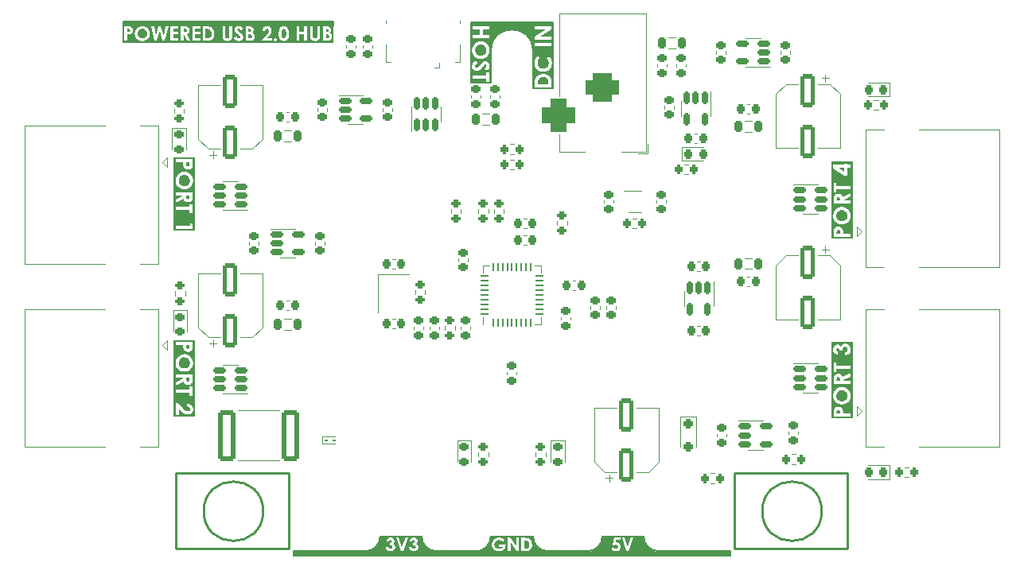
<source format=gbr>
%TF.GenerationSoftware,KiCad,Pcbnew,8.0.1-rc1*%
%TF.CreationDate,2024-04-25T22:15:10-05:00*%
%TF.ProjectId,USB-HUB,5553422d-4855-4422-9e6b-696361645f70,rev?*%
%TF.SameCoordinates,PXa983cd0PYa38e500*%
%TF.FileFunction,Legend,Top*%
%TF.FilePolarity,Positive*%
%FSLAX46Y46*%
G04 Gerber Fmt 4.6, Leading zero omitted, Abs format (unit mm)*
G04 Created by KiCad (PCBNEW 8.0.1-rc1) date 2024-04-25 22:15:10*
%MOMM*%
%LPD*%
G01*
G04 APERTURE LIST*
G04 Aperture macros list*
%AMRoundRect*
0 Rectangle with rounded corners*
0 $1 Rounding radius*
0 $2 $3 $4 $5 $6 $7 $8 $9 X,Y pos of 4 corners*
0 Add a 4 corners polygon primitive as box body*
4,1,4,$2,$3,$4,$5,$6,$7,$8,$9,$2,$3,0*
0 Add four circle primitives for the rounded corners*
1,1,$1+$1,$2,$3*
1,1,$1+$1,$4,$5*
1,1,$1+$1,$6,$7*
1,1,$1+$1,$8,$9*
0 Add four rect primitives between the rounded corners*
20,1,$1+$1,$2,$3,$4,$5,0*
20,1,$1+$1,$4,$5,$6,$7,0*
20,1,$1+$1,$6,$7,$8,$9,0*
20,1,$1+$1,$8,$9,$2,$3,0*%
G04 Aperture macros list end*
%ADD10C,0.150000*%
%ADD11C,0.304800*%
%ADD12C,0.330200*%
%ADD13C,0.120000*%
%ADD14C,0.228600*%
%ADD15C,0.254000*%
%ADD16RoundRect,0.225000X-0.225000X-0.250000X0.225000X-0.250000X0.225000X0.250000X-0.225000X0.250000X0*%
%ADD17RoundRect,0.250000X0.712500X2.475000X-0.712500X2.475000X-0.712500X-2.475000X0.712500X-2.475000X0*%
%ADD18RoundRect,0.200000X-0.200000X-0.275000X0.200000X-0.275000X0.200000X0.275000X-0.200000X0.275000X0*%
%ADD19RoundRect,0.218750X0.218750X0.381250X-0.218750X0.381250X-0.218750X-0.381250X0.218750X-0.381250X0*%
%ADD20RoundRect,0.225000X-0.250000X0.225000X-0.250000X-0.225000X0.250000X-0.225000X0.250000X0.225000X0*%
%ADD21RoundRect,0.200000X0.200000X0.275000X-0.200000X0.275000X-0.200000X-0.275000X0.200000X-0.275000X0*%
%ADD22R,5.500000X4.500000*%
%ADD23RoundRect,0.150000X0.512500X0.150000X-0.512500X0.150000X-0.512500X-0.150000X0.512500X-0.150000X0*%
%ADD24RoundRect,0.250000X-0.550000X1.500000X-0.550000X-1.500000X0.550000X-1.500000X0.550000X1.500000X0*%
%ADD25R,1.524000X1.524000*%
%ADD26C,1.524000*%
%ADD27C,3.500000*%
%ADD28RoundRect,0.225000X0.250000X-0.225000X0.250000X0.225000X-0.250000X0.225000X-0.250000X-0.225000X0*%
%ADD29RoundRect,0.218750X-0.218750X-0.256250X0.218750X-0.256250X0.218750X0.256250X-0.218750X0.256250X0*%
%ADD30C,3.200000*%
%ADD31RoundRect,0.225000X0.225000X0.250000X-0.225000X0.250000X-0.225000X-0.250000X0.225000X-0.250000X0*%
%ADD32RoundRect,0.150000X-0.150000X0.512500X-0.150000X-0.512500X0.150000X-0.512500X0.150000X0.512500X0*%
%ADD33C,2.600000*%
%ADD34RoundRect,0.218750X-0.218750X-0.381250X0.218750X-0.381250X0.218750X0.381250X-0.218750X0.381250X0*%
%ADD35RoundRect,0.200000X0.275000X-0.200000X0.275000X0.200000X-0.275000X0.200000X-0.275000X-0.200000X0*%
%ADD36RoundRect,0.218750X-0.256250X0.218750X-0.256250X-0.218750X0.256250X-0.218750X0.256250X0.218750X0*%
%ADD37RoundRect,0.150000X-0.512500X-0.150000X0.512500X-0.150000X0.512500X0.150000X-0.512500X0.150000X0*%
%ADD38RoundRect,0.218750X0.218750X0.256250X-0.218750X0.256250X-0.218750X-0.256250X0.218750X-0.256250X0*%
%ADD39RoundRect,0.200000X-0.275000X0.200000X-0.275000X-0.200000X0.275000X-0.200000X0.275000X0.200000X0*%
%ADD40RoundRect,0.062500X0.117500X0.062500X-0.117500X0.062500X-0.117500X-0.062500X0.117500X-0.062500X0*%
%ADD41RoundRect,0.250000X0.550000X-1.500000X0.550000X1.500000X-0.550000X1.500000X-0.550000X-1.500000X0*%
%ADD42R,0.650000X0.400000*%
%ADD43R,3.500000X3.500000*%
%ADD44RoundRect,0.750000X-1.000000X0.750000X-1.000000X-0.750000X1.000000X-0.750000X1.000000X0.750000X0*%
%ADD45RoundRect,0.875000X-0.875000X0.875000X-0.875000X-0.875000X0.875000X-0.875000X0.875000X0.875000X0*%
%ADD46RoundRect,0.150000X0.150000X-0.512500X0.150000X0.512500X-0.150000X0.512500X-0.150000X-0.512500X0*%
%ADD47R,0.400000X1.350000*%
%ADD48O,1.200000X1.900000*%
%ADD49R,1.200000X1.900000*%
%ADD50C,1.450000*%
%ADD51R,1.500000X1.900000*%
%ADD52RoundRect,0.250000X-0.250000X0.250000X-0.250000X-0.250000X0.250000X-0.250000X0.250000X0.250000X0*%
%ADD53R,1.200000X1.400000*%
%ADD54RoundRect,0.062500X0.062500X-0.350000X0.062500X0.350000X-0.062500X0.350000X-0.062500X-0.350000X0*%
%ADD55RoundRect,0.062500X0.350000X-0.062500X0.350000X0.062500X-0.350000X0.062500X-0.350000X-0.062500X0*%
%ADD56R,3.700000X3.700000*%
G04 APERTURE END LIST*
D10*
X9499600Y57048400D02*
X31826200Y57048400D01*
X31826200Y56692800D01*
X9499600Y56692800D01*
X9499600Y57048400D01*
G36*
X9499600Y57048400D02*
G01*
X31826200Y57048400D01*
X31826200Y56692800D01*
X9499600Y56692800D01*
X9499600Y57048400D01*
G37*
D11*
G36*
X11582423Y56304250D02*
G01*
X11667481Y56286904D01*
X11746412Y56255273D01*
X11819215Y56209357D01*
X11876742Y56158631D01*
X11926962Y56100468D01*
X11972419Y56026723D01*
X12003735Y55946637D01*
X12019320Y55872945D01*
X12024515Y55794594D01*
X12019360Y55716030D01*
X12003892Y55642255D01*
X11972813Y55562237D01*
X11927699Y55488739D01*
X11877858Y55430929D01*
X11830529Y55388465D01*
X11759229Y55341106D01*
X11682051Y55307855D01*
X11598996Y55288710D01*
X11523127Y55283528D01*
X11477715Y55285302D01*
X11401380Y55296943D01*
X11329034Y55319449D01*
X11260678Y55352820D01*
X11196312Y55397057D01*
X11163584Y55425265D01*
X11107785Y55487197D01*
X11064863Y55556483D01*
X11034817Y55633124D01*
X11017648Y55717119D01*
X11013177Y55792733D01*
X11013319Y55806661D01*
X11020142Y55887010D01*
X11037197Y55961836D01*
X11064486Y56031140D01*
X11109257Y56105015D01*
X11158718Y56162353D01*
X11215690Y56211814D01*
X11288211Y56256585D01*
X11367251Y56287427D01*
X11440189Y56302777D01*
X11517916Y56307894D01*
X11582423Y56304250D01*
G37*
G36*
X26641269Y56297098D02*
G01*
X26707851Y56255641D01*
X26754619Y56197343D01*
X26758833Y56190257D01*
X26787727Y56120848D01*
X26805986Y56041566D01*
X26816420Y55959831D01*
X26821436Y55882001D01*
X26823109Y55795339D01*
X26823034Y55777517D01*
X26820426Y55693250D01*
X26814092Y55617052D01*
X26801573Y55536268D01*
X26780186Y55456706D01*
X26746802Y55385145D01*
X26712604Y55340688D01*
X26651012Y55297818D01*
X26577067Y55283528D01*
X26517941Y55291978D01*
X26449274Y55329535D01*
X26396537Y55390357D01*
X26362890Y55464378D01*
X26344333Y55540922D01*
X26333729Y55619744D01*
X26328630Y55694745D01*
X26326931Y55778216D01*
X26326961Y55791561D01*
X26328374Y55867373D01*
X26332702Y55946592D01*
X26341182Y56024957D01*
X26357081Y56104658D01*
X26365131Y56131546D01*
X26397075Y56204711D01*
X26444927Y56262110D01*
X26502696Y56294972D01*
X26577067Y56307894D01*
X26641269Y56297098D01*
G37*
G36*
X10014396Y56283344D02*
G01*
X10088661Y56276627D01*
X10160407Y56254293D01*
X10212333Y56202275D01*
X10229641Y56126620D01*
X10229041Y56111271D01*
X10205074Y56040636D01*
X10198642Y56032103D01*
X10137329Y55989641D01*
X10062745Y55976898D01*
X9984344Y55974379D01*
X9891288Y55974379D01*
X9891288Y56284071D01*
X9973922Y56284071D01*
X10014396Y56283344D01*
G37*
G36*
X16013847Y56284056D02*
G01*
X16089755Y56281430D01*
X16167764Y56268066D01*
X16178466Y56263744D01*
X16237743Y56215582D01*
X16245356Y56203864D01*
X16264171Y56129598D01*
X16256738Y56073711D01*
X16211315Y56010113D01*
X16174664Y55992839D01*
X16097293Y55977869D01*
X16018129Y55974379D01*
X15925817Y55974379D01*
X15925817Y56284071D01*
X16006590Y56284071D01*
X16013847Y56284056D01*
G37*
G36*
X18368939Y56283952D02*
G01*
X18449295Y56279779D01*
X18536029Y56266902D01*
X18612190Y56245441D01*
X18687681Y56209554D01*
X18748780Y56161981D01*
X18802299Y56097106D01*
X18842673Y56021687D01*
X18866816Y55948649D01*
X18881303Y55867864D01*
X18886131Y55779333D01*
X18885230Y55740104D01*
X18876609Y55657580D01*
X18858861Y55583005D01*
X18828436Y55509469D01*
X18793542Y55452888D01*
X18743697Y55397249D01*
X18680290Y55353506D01*
X18628155Y55333313D01*
X18552986Y55317492D01*
X18471486Y55309559D01*
X18388837Y55307350D01*
X18252603Y55307350D01*
X18252603Y56284071D01*
X18351987Y56284071D01*
X18368939Y56283952D01*
G37*
G36*
X22899462Y55712101D02*
G01*
X22976605Y55706552D01*
X23055762Y55689213D01*
X23125414Y55653148D01*
X23146861Y55633706D01*
X23187573Y55567956D01*
X23199860Y55491974D01*
X23199798Y55486386D01*
X23184040Y55412597D01*
X23136581Y55354623D01*
X23123670Y55346175D01*
X23051086Y55320692D01*
X22974663Y55310305D01*
X22890912Y55307350D01*
X22817583Y55307350D01*
X22817583Y55712332D01*
X22878256Y55712332D01*
X22899462Y55712101D01*
G37*
G36*
X22971252Y56276306D02*
G01*
X23042780Y56243499D01*
X23072721Y56209266D01*
X23091914Y56134064D01*
X23083375Y56079220D01*
X23040175Y56017185D01*
X23029989Y56009535D01*
X22959313Y55981444D01*
X22881606Y55974379D01*
X22817583Y55974379D01*
X22817583Y56284071D01*
X22893145Y56284071D01*
X22971252Y56276306D01*
G37*
G36*
X31131614Y55712101D02*
G01*
X31208758Y55706552D01*
X31287914Y55689213D01*
X31357567Y55653148D01*
X31379013Y55633706D01*
X31419726Y55567956D01*
X31432012Y55491974D01*
X31431950Y55486386D01*
X31416192Y55412597D01*
X31368734Y55354623D01*
X31355822Y55346175D01*
X31283238Y55320692D01*
X31206815Y55310305D01*
X31123064Y55307350D01*
X31049736Y55307350D01*
X31049736Y55712332D01*
X31110409Y55712332D01*
X31131614Y55712101D01*
G37*
G36*
X31203404Y56276306D02*
G01*
X31274933Y56243499D01*
X31304874Y56209266D01*
X31324066Y56134064D01*
X31315527Y56079220D01*
X31272327Y56017185D01*
X31262142Y56009535D01*
X31191465Y55981444D01*
X31113759Y55974379D01*
X31049736Y55974379D01*
X31049736Y56284071D01*
X31125298Y56284071D01*
X31203404Y56276306D01*
G37*
G36*
X31889076Y54828325D02*
G01*
X9429013Y54828325D01*
X9429013Y56569941D01*
X9598346Y56569941D01*
X9598346Y56284071D01*
X9598346Y55021480D01*
X9891288Y55021480D01*
X9891288Y55688510D01*
X9970424Y55689347D01*
X10050377Y55692441D01*
X10125439Y55698769D01*
X10200235Y55712332D01*
X10243896Y55726932D01*
X10315064Y55761136D01*
X10363582Y55796083D01*
X10718002Y55796083D01*
X10718152Y55792733D01*
X10721585Y55716136D01*
X10732333Y55638957D01*
X10750246Y55564547D01*
X10775325Y55492905D01*
X10807569Y55424031D01*
X10846978Y55357926D01*
X10893553Y55294590D01*
X10947293Y55234022D01*
X11006448Y55178624D01*
X11069267Y55130613D01*
X11135750Y55089988D01*
X11205897Y55056749D01*
X11279709Y55030897D01*
X11357184Y55012431D01*
X11438323Y55001351D01*
X11523127Y54997658D01*
X11604307Y55001258D01*
X11682393Y55012059D01*
X11757385Y55030059D01*
X11829283Y55055260D01*
X11898087Y55087661D01*
X11963796Y55127263D01*
X12026412Y55174064D01*
X12085933Y55228066D01*
X12140284Y55287267D01*
X12187388Y55349668D01*
X12227245Y55415267D01*
X12259855Y55484064D01*
X12285219Y55556061D01*
X12303336Y55631257D01*
X12314206Y55709651D01*
X12317830Y55791244D01*
X12314154Y55873582D01*
X12303127Y55952720D01*
X12284748Y56028660D01*
X12259018Y56101401D01*
X12225936Y56170944D01*
X12185503Y56237287D01*
X12137719Y56300432D01*
X12082583Y56360378D01*
X12022428Y56415078D01*
X11959399Y56462484D01*
X11893498Y56502597D01*
X11824723Y56535417D01*
X11753075Y56560944D01*
X11716303Y56569941D01*
X12467465Y56569941D01*
X12815868Y55021480D01*
X13094293Y55021480D01*
X13372718Y56022396D01*
X13656727Y55021480D01*
X13938130Y55021480D01*
X14284672Y56569941D01*
X14504658Y56569941D01*
X14504658Y55021480D01*
X15345517Y55021480D01*
X15345517Y55307350D01*
X14795739Y55307350D01*
X14795739Y55712332D01*
X15345517Y55712332D01*
X15345517Y55998202D01*
X14795739Y55998202D01*
X14795739Y56284071D01*
X15345517Y56284071D01*
X15345517Y56569941D01*
X15632875Y56569941D01*
X15632875Y56284071D01*
X15632875Y55021480D01*
X15925817Y55021480D01*
X15925817Y55688510D01*
X15953362Y55688510D01*
X16299904Y55021480D01*
X16620019Y55021480D01*
X16255610Y55720893D01*
X16282457Y55731096D01*
X16355186Y55766887D01*
X16422252Y55815770D01*
X16474851Y55874250D01*
X16491950Y55900335D01*
X16524723Y55972316D01*
X16542036Y56045366D01*
X16547807Y56126248D01*
X16547228Y56152781D01*
X16538542Y56228336D01*
X16516667Y56305173D01*
X16481923Y56374522D01*
X16436565Y56434275D01*
X16377015Y56486484D01*
X16307349Y56524529D01*
X16261561Y56539962D01*
X16184429Y56555573D01*
X16101862Y56564575D01*
X16019890Y56568832D01*
X15943684Y56569941D01*
X16851171Y56569941D01*
X16851171Y55021480D01*
X17692030Y55021480D01*
X17692030Y55307350D01*
X17142252Y55307350D01*
X17142252Y55712332D01*
X17692030Y55712332D01*
X17692030Y55998202D01*
X17142252Y55998202D01*
X17142252Y56284071D01*
X17692030Y56284071D01*
X17692030Y56569941D01*
X17960405Y56569941D01*
X17960405Y56284071D01*
X17960405Y55021480D01*
X18313275Y55021480D01*
X18402561Y55022407D01*
X18483140Y55025188D01*
X18568343Y55030972D01*
X18651903Y55041094D01*
X18734263Y55059448D01*
X18764332Y55069887D01*
X18837163Y55104282D01*
X18899852Y55145369D01*
X18959832Y55196055D01*
X19003275Y55241813D01*
X19052796Y55307815D01*
X19090832Y55373257D01*
X19123239Y55445074D01*
X19130406Y55463938D01*
X19154450Y55541664D01*
X19171095Y55623018D01*
X19179591Y55697181D01*
X19182423Y55774122D01*
X19181494Y55820745D01*
X19175816Y55895979D01*
X19162189Y55982182D01*
X19141130Y56063935D01*
X19112637Y56141238D01*
X19076711Y56214093D01*
X19042268Y56270398D01*
X18997217Y56331222D01*
X18939530Y56392888D01*
X18876322Y56444544D01*
X18807592Y56486190D01*
X18786491Y56496332D01*
X18715093Y56522831D01*
X18631552Y56543442D01*
X18552658Y56556119D01*
X18465330Y56564707D01*
X18389396Y56568632D01*
X18308064Y56569941D01*
X20039288Y56569941D01*
X20039288Y55655382D01*
X20040120Y55589370D01*
X20044486Y55499643D01*
X20052595Y55421065D01*
X20066786Y55343483D01*
X20092516Y55266033D01*
X20103185Y55244804D01*
X20147677Y55178909D01*
X20205910Y55120501D01*
X20270068Y55074337D01*
X20326526Y55044459D01*
X20405186Y55016828D01*
X20480841Y55002450D01*
X20561893Y54997658D01*
X20631236Y55000838D01*
X20709272Y55013361D01*
X20785973Y55037858D01*
X20838406Y55063887D01*
X20902728Y55109217D01*
X20956081Y55161438D01*
X20986045Y55198218D01*
X21026804Y55262680D01*
X21055837Y55334523D01*
X21057623Y55343828D01*
X21282151Y55343828D01*
X21293130Y55321820D01*
X21333733Y55250655D01*
X21377720Y55188610D01*
X21432135Y55128868D01*
X21490970Y55081037D01*
X21546397Y55048548D01*
X21623575Y55018503D01*
X21697764Y55002869D01*
X21777212Y54997658D01*
X21828631Y54999548D01*
X21912597Y55011953D01*
X21988905Y55035935D01*
X22057553Y55071494D01*
X22118543Y55118632D01*
X22134409Y55134050D01*
X22181879Y55191953D01*
X22220777Y55265630D01*
X22243297Y55347311D01*
X22249566Y55425346D01*
X22248985Y55449023D01*
X22237789Y55528137D01*
X22212344Y55601409D01*
X22187313Y55647432D01*
X22141207Y55710629D01*
X22086159Y55770399D01*
X22064365Y55790895D01*
X22004567Y55842752D01*
X21941464Y55895550D01*
X21883296Y55943485D01*
X21840775Y55979084D01*
X21777139Y56033575D01*
X21721206Y56083680D01*
X21668521Y56137414D01*
X21642466Y56209254D01*
X21642501Y56211619D01*
X21678944Y56277371D01*
X21698672Y56290725D01*
X21773489Y56307894D01*
X21832254Y56297472D01*
X21897809Y56260831D01*
X21955586Y56206113D01*
X22005758Y56141137D01*
X22222394Y56338416D01*
X22184891Y56381680D01*
X22126626Y56441679D01*
X22063637Y56495606D01*
X21996825Y56538674D01*
X21930595Y56567725D01*
X21922042Y56569941D01*
X22524642Y56569941D01*
X22524642Y56284071D01*
X22524642Y55712332D01*
X22524642Y55021480D01*
X22956052Y55021480D01*
X24229065Y55021480D01*
X25295865Y55021480D01*
X25295865Y55164788D01*
X25513245Y55164788D01*
X25521170Y55111852D01*
X25561262Y55046420D01*
X25603834Y55014848D01*
X25677769Y54997658D01*
X25729556Y55005706D01*
X25793531Y55046420D01*
X25824861Y55089658D01*
X25841921Y55164788D01*
X25833934Y55217841D01*
X25793531Y55282783D01*
X25751261Y55314113D01*
X25677769Y55331173D01*
X25625679Y55323186D01*
X25561262Y55282783D01*
X25530173Y55239965D01*
X25513245Y55164788D01*
X25295865Y55164788D01*
X25295865Y55283528D01*
X24747204Y55283528D01*
X24919916Y55465918D01*
X24957652Y55505957D01*
X25015486Y55570421D01*
X25066994Y55632049D01*
X25120455Y55702260D01*
X25164808Y55768389D01*
X25171757Y55780822D01*
X26033617Y55780822D01*
X26033645Y55778216D01*
X26034206Y55725846D01*
X26037804Y55639585D01*
X26044675Y55560031D01*
X26057237Y55473419D01*
X26074511Y55396464D01*
X26100618Y55318889D01*
X26132388Y55251841D01*
X26174718Y55184899D01*
X26223468Y55128285D01*
X26285986Y55076942D01*
X26340426Y55046049D01*
X26418220Y55017479D01*
X26494735Y55002613D01*
X26578184Y54997658D01*
X26641263Y55000432D01*
X26718814Y55012762D01*
X26797105Y55038424D01*
X26865915Y55076570D01*
X26926483Y55128204D01*
X26974093Y55185917D01*
X27015841Y55254750D01*
X27047561Y55324100D01*
X27067077Y55379967D01*
X27086131Y55455692D01*
X27100421Y55540891D01*
X27108690Y55619127D01*
X27113652Y55703943D01*
X27115306Y55795339D01*
X27114720Y55850297D01*
X27111142Y55936761D01*
X27104310Y56016810D01*
X27091817Y56104399D01*
X27074639Y56182750D01*
X27048678Y56262482D01*
X27017019Y56331795D01*
X26974294Y56400889D01*
X26924590Y56459189D01*
X26860331Y56511874D01*
X26804690Y56543782D01*
X26735473Y56569941D01*
X27940159Y56569941D01*
X27940159Y55021480D01*
X28237195Y55021480D01*
X28237195Y55712332D01*
X28752356Y55712332D01*
X28752356Y55021480D01*
X29048648Y55021480D01*
X29048648Y56569941D01*
X29380674Y56569941D01*
X29380674Y55655382D01*
X29381506Y55589370D01*
X29385872Y55499643D01*
X29393981Y55421065D01*
X29408172Y55343483D01*
X29433902Y55266033D01*
X29444571Y55244804D01*
X29489063Y55178909D01*
X29547296Y55120501D01*
X29611454Y55074337D01*
X29667912Y55044459D01*
X29746572Y55016828D01*
X29822227Y55002450D01*
X29903279Y54997658D01*
X29972623Y55000838D01*
X30050658Y55013361D01*
X30127360Y55037858D01*
X30179792Y55063887D01*
X30244115Y55109217D01*
X30297467Y55161438D01*
X30327431Y55198218D01*
X30368190Y55262680D01*
X30397224Y55334523D01*
X30412270Y55412910D01*
X30419290Y55490914D01*
X30422722Y55573672D01*
X30423652Y55655382D01*
X30423652Y56569941D01*
X30756794Y56569941D01*
X30756794Y56284071D01*
X30756794Y55712332D01*
X30756794Y55021480D01*
X31188204Y55021480D01*
X31244401Y55022798D01*
X31326152Y55030388D01*
X31406107Y55046991D01*
X31480029Y55075453D01*
X31548132Y55119025D01*
X31607086Y55175528D01*
X31652742Y55238116D01*
X31660856Y55251839D01*
X31693571Y55323158D01*
X31713200Y55398985D01*
X31719743Y55479319D01*
X31719488Y55496390D01*
X31710583Y55577429D01*
X31688954Y55651271D01*
X31654603Y55717916D01*
X31632519Y55748621D01*
X31577281Y55805123D01*
X31514949Y55850381D01*
X31449507Y55886162D01*
X31469717Y55901836D01*
X31525360Y55954625D01*
X31570480Y56019046D01*
X31574988Y56027951D01*
X31599524Y56098812D01*
X31607703Y56176870D01*
X31607383Y56193391D01*
X31596187Y56271893D01*
X31568997Y56343561D01*
X31525813Y56408395D01*
X31510031Y56426277D01*
X31450242Y56478040D01*
X31379403Y56517734D01*
X31306200Y56543141D01*
X31300017Y56544790D01*
X31226037Y56558399D01*
X31150941Y56565518D01*
X31073628Y56568999D01*
X30998741Y56569941D01*
X30756794Y56569941D01*
X30423652Y56569941D01*
X30129221Y56569941D01*
X30129221Y55617042D01*
X30128462Y55562875D01*
X30123128Y55481649D01*
X30107632Y55408596D01*
X30086799Y55370506D01*
X30030209Y55318889D01*
X29973121Y55293508D01*
X29896952Y55283528D01*
X29844991Y55287977D01*
X29771884Y55315167D01*
X29742382Y55337013D01*
X29697438Y55399662D01*
X29688736Y55426512D01*
X29677744Y55501585D01*
X29675105Y55580564D01*
X29675105Y56569941D01*
X29380674Y56569941D01*
X29048648Y56569941D01*
X28752356Y56569941D01*
X28752356Y55998202D01*
X28237195Y55998202D01*
X28237195Y56569941D01*
X27940159Y56569941D01*
X26735473Y56569941D01*
X26726609Y56573291D01*
X26651024Y56588645D01*
X26569623Y56593764D01*
X26506542Y56590536D01*
X26432696Y56577422D01*
X26351423Y56548371D01*
X26278159Y56504795D01*
X26212903Y56446692D01*
X26164641Y56387178D01*
X26141225Y56349908D01*
X26107318Y56278790D01*
X26079808Y56196423D01*
X26062406Y56122428D01*
X26049099Y56041234D01*
X26039887Y55952839D01*
X26034769Y55857243D01*
X26033617Y55780822D01*
X25171757Y55780822D01*
X25205042Y55840378D01*
X25235499Y55908736D01*
X25261148Y55984374D01*
X25277026Y56057359D01*
X25283209Y56136298D01*
X25275600Y56215189D01*
X25252772Y56293200D01*
X25218814Y56363356D01*
X25210596Y56377154D01*
X25164446Y56439953D01*
X25109862Y56492428D01*
X25046846Y56534580D01*
X25026454Y56545156D01*
X24954277Y56572899D01*
X24875630Y56589082D01*
X24799315Y56593764D01*
X24785204Y56593621D01*
X24703896Y56586764D01*
X24628346Y56569621D01*
X24558553Y56542192D01*
X24484406Y56497193D01*
X24427089Y56447479D01*
X24401111Y56419092D01*
X24356182Y56356566D01*
X24320623Y56286373D01*
X24294433Y56208511D01*
X24277613Y56122980D01*
X24270754Y56045847D01*
X24556624Y56045847D01*
X24561229Y56096350D01*
X24582219Y56171656D01*
X24623624Y56237171D01*
X24639840Y56253747D01*
X24704287Y56294357D01*
X24780704Y56307894D01*
X24792204Y56307670D01*
X24870017Y56291716D01*
X24932944Y56250571D01*
X24936586Y56246959D01*
X24979124Y56181051D01*
X24992128Y56105403D01*
X24988546Y56061876D01*
X24967441Y55985686D01*
X24934806Y55915940D01*
X24914182Y55881600D01*
X24869428Y55819775D01*
X24818398Y55758732D01*
X24765840Y55701250D01*
X24705142Y55639004D01*
X24229065Y55159949D01*
X24229065Y55021480D01*
X22956052Y55021480D01*
X23012249Y55022798D01*
X23093999Y55030388D01*
X23173955Y55046991D01*
X23247877Y55075453D01*
X23315980Y55119025D01*
X23374934Y55175528D01*
X23420590Y55238116D01*
X23428703Y55251839D01*
X23461418Y55323158D01*
X23481047Y55398985D01*
X23487590Y55479319D01*
X23487336Y55496390D01*
X23478430Y55577429D01*
X23456802Y55651271D01*
X23422451Y55717916D01*
X23400366Y55748621D01*
X23345129Y55805123D01*
X23282796Y55850381D01*
X23217354Y55886162D01*
X23237565Y55901836D01*
X23293208Y55954625D01*
X23338328Y56019046D01*
X23342835Y56027951D01*
X23367372Y56098812D01*
X23375550Y56176870D01*
X23375230Y56193391D01*
X23364035Y56271893D01*
X23336845Y56343561D01*
X23293661Y56408395D01*
X23277879Y56426277D01*
X23218090Y56478040D01*
X23147251Y56517734D01*
X23074047Y56543141D01*
X23067865Y56544790D01*
X22993885Y56558399D01*
X22918788Y56565518D01*
X22841476Y56568999D01*
X22766588Y56569941D01*
X22524642Y56569941D01*
X21922042Y56569941D01*
X21855223Y56587254D01*
X21777212Y56593764D01*
X21766077Y56593654D01*
X21691251Y56586738D01*
X21612408Y56565660D01*
X21540685Y56530532D01*
X21476081Y56481351D01*
X21428653Y56430196D01*
X21388715Y56366499D01*
X21361970Y56288166D01*
X21354363Y56212604D01*
X21363027Y56137836D01*
X21389022Y56062979D01*
X21427691Y55994852D01*
X21454950Y55958534D01*
X21507708Y55900178D01*
X21566482Y55843184D01*
X21625017Y55790771D01*
X21692239Y55733886D01*
X21752272Y55685160D01*
X21812503Y55635700D01*
X21871369Y55583428D01*
X21923124Y55528080D01*
X21941837Y55499396D01*
X21961836Y55426090D01*
X21955766Y55388776D01*
X21910468Y55326334D01*
X21860962Y55297072D01*
X21783912Y55283528D01*
X21765944Y55284365D01*
X21688367Y55308862D01*
X21623908Y55359113D01*
X21570979Y55425067D01*
X21528192Y55497930D01*
X21282151Y55343828D01*
X21057623Y55343828D01*
X21070884Y55412910D01*
X21077904Y55490914D01*
X21081336Y55573672D01*
X21082265Y55655382D01*
X21082265Y56569941D01*
X20787835Y56569941D01*
X20787835Y55617042D01*
X20787076Y55562875D01*
X20781742Y55481649D01*
X20766245Y55408596D01*
X20745412Y55370506D01*
X20688822Y55318889D01*
X20631734Y55293508D01*
X20555565Y55283528D01*
X20503605Y55287977D01*
X20430497Y55315167D01*
X20400996Y55337013D01*
X20356052Y55399662D01*
X20347350Y55426512D01*
X20336358Y55501585D01*
X20333719Y55580564D01*
X20333719Y56569941D01*
X20039288Y56569941D01*
X18308064Y56569941D01*
X17960405Y56569941D01*
X17692030Y56569941D01*
X16851171Y56569941D01*
X15943684Y56569941D01*
X15632875Y56569941D01*
X15345517Y56569941D01*
X14504658Y56569941D01*
X14284672Y56569941D01*
X13995825Y56569941D01*
X13775839Y55581681D01*
X13497414Y56569941D01*
X13253606Y56569941D01*
X12978159Y55581681D01*
X12756312Y56569941D01*
X12467465Y56569941D01*
X11716303Y56569941D01*
X11678555Y56579177D01*
X11601161Y56590117D01*
X11520894Y56593764D01*
X11494066Y56593345D01*
X11414925Y56587063D01*
X11337800Y56573245D01*
X11262691Y56551888D01*
X11189596Y56522994D01*
X11118517Y56486562D01*
X11095473Y56472912D01*
X11030090Y56428402D01*
X10970335Y56378553D01*
X10916206Y56323365D01*
X10867705Y56262837D01*
X10824831Y56196971D01*
X10811894Y56173987D01*
X10778093Y56103379D01*
X10751803Y56030284D01*
X10733025Y55954704D01*
X10721758Y55876637D01*
X10718002Y55796083D01*
X10363582Y55796083D01*
X10376693Y55805527D01*
X10428782Y55860106D01*
X10457497Y55901785D01*
X10489431Y55971419D01*
X10507997Y56049592D01*
X10513278Y56126248D01*
X10512712Y56152964D01*
X10504222Y56228755D01*
X10482841Y56305301D01*
X10448882Y56373778D01*
X10404019Y56432854D01*
X10344005Y56484907D01*
X10272819Y56523413D01*
X10226124Y56539225D01*
X10148433Y56555219D01*
X10065989Y56564443D01*
X9984576Y56568805D01*
X9909155Y56569941D01*
X9598346Y56569941D01*
X9429013Y56569941D01*
X9429013Y56763097D01*
X31889076Y56763097D01*
X31889076Y54828325D01*
G37*
D10*
X51892200Y56134000D02*
X51536600Y56286400D01*
X51054000Y56286400D02*
X51816000Y56362600D01*
X51816000Y56362600D02*
X51727100Y56121300D01*
X51892200Y56134000D02*
X51816000Y56362600D01*
X51968400Y56362600D02*
X51892200Y56134000D01*
X52044600Y56007000D02*
X51968400Y56362600D01*
X52070000Y56362600D02*
X52044600Y56007000D01*
X52146200Y55930800D02*
X52070000Y56362600D01*
X52197000Y56362600D02*
X52146200Y55930800D01*
X52298600Y55829200D02*
X52197000Y56362600D01*
X52324000Y56337200D02*
X52298600Y55829200D01*
X52451000Y55626000D02*
X52324000Y56337200D01*
X52476400Y56362600D02*
X52451000Y55626000D01*
X52628800Y55473600D02*
X52476400Y56362600D01*
X52603400Y56362600D02*
X52628800Y55473600D01*
X49263300Y56045100D02*
X49657000Y56184800D01*
X49352200Y56184800D02*
X49555400Y56248300D01*
X49174400Y55905400D02*
X49352200Y56184800D01*
X49834800Y56235600D02*
X49174400Y55905400D01*
X49276000Y56261000D02*
X49834800Y56235600D01*
X49072800Y55753000D02*
X49276000Y56261000D01*
X50190400Y56311800D02*
X49072800Y55753000D01*
X49149000Y56286400D02*
X50190400Y56311800D01*
X48971200Y55651400D02*
X49149000Y56286400D01*
X50520600Y56362600D02*
X48971200Y55651400D01*
X49022000Y56362600D02*
X50520600Y56362600D01*
X48983900Y55397400D02*
X49022000Y56362600D01*
X52705000Y56311800D02*
X52730400Y55448200D01*
X52832000Y55372000D02*
X52705000Y56311800D01*
X52832000Y56362600D02*
X52832000Y55372000D01*
X52959000Y55168800D02*
X52832000Y56362600D01*
X52959000Y56388000D02*
X52959000Y55168800D01*
X48895000Y56438800D02*
X52959000Y56388000D01*
X48844200Y55194200D02*
X48895000Y56438800D01*
X49123600Y55600600D02*
X48844200Y55194200D01*
X49530000Y55905400D02*
X49123600Y55600600D01*
X50215800Y56184800D02*
X49530000Y55905400D01*
X50698400Y56337200D02*
X50215800Y56184800D01*
X51409600Y56235600D02*
X50698400Y56337200D01*
X52044600Y56007000D02*
X51409600Y56235600D01*
X52400200Y55727600D02*
X52044600Y56007000D01*
X52730400Y55448200D02*
X52400200Y55727600D01*
X53009800Y54889400D02*
X52730400Y55448200D01*
X52984400Y56515000D02*
X53009800Y54889400D01*
X48793400Y56515000D02*
X52984400Y56515000D01*
X48768000Y55016400D02*
X48793400Y56515000D01*
X48666400Y54787800D02*
X48768000Y55016400D01*
X48691800Y56616600D02*
X48666400Y54787800D01*
X53035200Y56616600D02*
X48691800Y56616600D01*
X53035200Y54787800D02*
X53035200Y56616600D01*
X46482000Y57023000D02*
X55219600Y57023000D01*
X55219600Y56718200D01*
X46482000Y56718200D01*
X46482000Y57023000D01*
G36*
X46482000Y57023000D02*
G01*
X55219600Y57023000D01*
X55219600Y56718200D01*
X46482000Y56718200D01*
X46482000Y57023000D01*
G37*
X48590200Y53949600D02*
G75*
G02*
X53111400Y53949600I2260600J0D01*
G01*
X53111400Y2235200D02*
X48594248Y2231152D01*
X37312600Y304800D02*
X37287200Y2159000D01*
X41046400Y660400D02*
X41071800Y2184400D01*
X61264800Y660400D02*
X61315600Y2133600D01*
X53136800Y660400D02*
X53162200Y1625600D01*
X27635200Y177800D02*
X74066400Y203200D01*
X64312800Y1041400D02*
X64668400Y1041400D01*
X60858400Y863600D02*
X61010800Y1905000D01*
X36906200Y1930400D02*
X36855400Y660400D01*
X54686200Y660400D02*
G75*
G02*
X53111400Y2235200I0J1574800D01*
G01*
X27635200Y304800D02*
X68503800Y330200D01*
X27686000Y533400D02*
X68529200Y558800D01*
X53441600Y736600D02*
X53822600Y736600D01*
X65125600Y1193800D02*
X65354200Y1016000D01*
X54686200Y660400D02*
X58881248Y660400D01*
X61188600Y609600D02*
X60706000Y635000D01*
X64592200Y1143000D02*
X64592200Y1727200D01*
X36449000Y812800D02*
X36576000Y787400D01*
X60502800Y584200D02*
X59283600Y635000D01*
X53314600Y660400D02*
X53314600Y1244600D01*
X73990200Y279400D02*
X73939400Y457200D01*
X36855400Y660400D02*
X36042600Y685800D01*
X64846200Y1778000D02*
X64973200Y1422400D01*
X36474400Y1092200D02*
X36906200Y1930400D01*
X60020200Y1066800D02*
X60477400Y1676400D01*
X64211200Y863600D02*
X64236600Y2032000D01*
X59690000Y685800D02*
X60401200Y1397000D01*
X41859200Y508000D02*
X41833800Y939800D01*
X68630800Y533400D02*
X68656200Y279400D01*
X37109400Y2082800D02*
X37033200Y2082800D01*
X48336200Y584200D02*
X48158400Y1016000D01*
X64338200Y1803400D02*
X64363600Y1143000D01*
X54000400Y685800D02*
X53416200Y1092200D01*
X64998600Y1117600D02*
X65062100Y939800D01*
X37211000Y2133600D02*
X36931600Y2133600D01*
X64211200Y965200D02*
X64744600Y939800D01*
X64236600Y2032000D02*
X64770000Y2006600D01*
X73939400Y457200D02*
X68643500Y406400D01*
X54406800Y584200D02*
X53390800Y660400D01*
X60706000Y635000D02*
X60706000Y2032000D01*
X36677600Y711200D02*
X36652200Y990600D01*
X60401200Y685800D02*
X59690000Y685800D01*
X60477400Y1676400D02*
X60401200Y685800D01*
X68656200Y279400D02*
X73990200Y279400D01*
X53314600Y1244600D02*
X54000400Y685800D01*
X35941000Y685800D02*
X36601400Y1092200D01*
X41275000Y533400D02*
X41224200Y1803400D01*
X59944000Y762000D02*
X60121800Y1041400D01*
X61137800Y2006600D02*
X61061600Y685800D01*
X53822600Y736600D02*
X53517800Y889000D01*
X41656000Y1143000D02*
X41859200Y508000D01*
X61010800Y1905000D02*
X60706000Y1333500D01*
X41681400Y533400D02*
X41656000Y1143000D01*
X35255198Y660402D02*
X27635200Y660400D01*
X41986200Y711200D02*
X42214800Y660400D01*
X36042600Y787400D02*
X36474400Y1092200D01*
X41122600Y2159000D02*
X41275000Y533400D01*
X48514000Y1574800D02*
X48158400Y889000D01*
X48594248Y2231152D02*
G75*
G02*
X47019448Y656352I-1574848J48D01*
G01*
X37236400Y355600D02*
X37211000Y2133600D01*
X74066400Y533400D02*
X68529200Y558800D01*
X64439800Y1727200D02*
X64439800Y1092200D01*
X60456048Y2235200D02*
X64871600Y2235200D01*
X36576000Y787400D02*
X36347400Y736600D01*
X60629800Y2133600D02*
X61214000Y2108200D01*
X36347400Y736600D02*
X36753800Y685800D01*
X53390800Y660400D02*
X53314600Y660400D01*
X36042600Y685800D02*
X35941000Y685800D01*
X64592200Y1727200D02*
X64439800Y1727200D01*
X36677600Y1168400D02*
X36677600Y711200D01*
X68554600Y203200D02*
X68554600Y660400D01*
X48158400Y1016000D02*
X47396400Y584200D01*
X64795400Y2133600D02*
X64846200Y1778000D01*
X48056800Y609600D02*
X48069500Y317500D01*
X41960800Y558800D02*
X41935400Y838200D01*
X66446400Y660400D02*
G75*
G02*
X64871600Y2235200I0J1574800D01*
G01*
X60325000Y736600D02*
X60223400Y1168400D01*
X64643000Y1803400D02*
X64338200Y1803400D01*
X60921900Y2019300D02*
X60858400Y863600D01*
X64363600Y1143000D02*
X64592200Y1143000D01*
X60223400Y1168400D02*
X60172600Y762000D01*
X47548800Y558800D02*
X48158400Y736600D01*
X36601400Y1092200D02*
X36804600Y1600200D01*
X68529200Y457200D02*
X27711400Y406400D01*
X42519600Y609600D02*
X41960800Y584200D01*
X36829998Y2235202D02*
G75*
G02*
X35255198Y660402I-1574798J-2D01*
G01*
X64516000Y1727200D02*
X64516000Y1117600D01*
X48107600Y863600D02*
X47548800Y558800D01*
X36982400Y584200D02*
X35509200Y609600D01*
X68554600Y203200D02*
X68630800Y533400D01*
X60121800Y1041400D02*
X60058300Y762000D01*
X41503600Y1270000D02*
X41681400Y533400D01*
X48488600Y508000D02*
X48514000Y1574800D01*
X64897000Y1371600D02*
X64947800Y914400D01*
X64287400Y1905000D02*
X64312800Y1041400D01*
X74066400Y660400D02*
X66446400Y660400D01*
X41554400Y558800D02*
X41503600Y1270000D01*
X53594000Y939800D02*
X54406800Y584200D01*
X41249602Y2235202D02*
X36829998Y2235202D01*
X60528200Y2184400D02*
X60502800Y584200D01*
X64693800Y1905000D02*
X64287400Y1905000D01*
X65557400Y838200D02*
X64211200Y863600D01*
X37033200Y2082800D02*
X36982400Y584200D01*
X36931600Y2133600D02*
X37109400Y584200D01*
X41376600Y1473200D02*
X41554400Y558800D01*
X42824402Y660402D02*
X47019448Y656352D01*
X41402000Y558800D02*
X41376600Y1473200D01*
X36753800Y685800D02*
X36195000Y711200D01*
X35509200Y609600D02*
X36042600Y787400D01*
X48183800Y508000D02*
X48488600Y1371600D01*
X67868800Y508000D02*
X72110600Y482600D01*
X60807600Y1930400D02*
X61087000Y1905000D01*
X60172600Y762000D02*
X59944000Y762000D01*
X64439800Y1092200D02*
X64592200Y1143000D01*
X61214000Y2108200D02*
X61188600Y609600D01*
X48158400Y889000D02*
X48183800Y508000D01*
X48488600Y1371600D02*
X48361600Y736600D01*
X64008000Y2184400D02*
X64033400Y660400D01*
X41122600Y508000D02*
X41122600Y2159000D01*
X48361600Y736600D02*
X48336200Y584200D01*
X66090800Y635000D02*
X65659000Y762000D01*
X64973200Y1422400D02*
X65125600Y1193800D01*
X53187600Y558800D02*
X53213000Y1524000D01*
X64820800Y1549400D02*
X64884300Y850900D01*
X65328800Y914400D02*
X64820800Y1549400D01*
X59740800Y787400D02*
X60020200Y1066800D01*
X42824402Y660402D02*
G75*
G02*
X41249602Y2235202I-2J1574798D01*
G01*
X60456048Y2235200D02*
G75*
G02*
X58881248Y660352I-1574848J0D01*
G01*
X53213000Y1524000D02*
X53594000Y939800D01*
X41935400Y838200D02*
X42519600Y609600D01*
X36195000Y711200D02*
X36677600Y1168400D01*
X36652200Y990600D02*
X36449000Y812800D01*
X47396400Y584200D02*
X48107600Y863600D01*
X27635200Y660400D02*
X27635200Y177800D01*
X65659000Y762000D02*
X64135000Y762000D01*
X61087000Y1905000D02*
X60947300Y711200D01*
X60604400Y584200D02*
X60629800Y2133600D01*
X64795400Y787400D02*
X65328800Y914400D01*
X60833000Y736600D02*
X60807600Y1930400D01*
X37109400Y584200D02*
X37109400Y2082800D01*
X60401200Y1397000D02*
X60325000Y736600D01*
X53416200Y1092200D02*
X53441600Y736600D01*
X36804600Y1600200D02*
X36753800Y685800D01*
X64109600Y2133600D02*
X64795400Y2133600D01*
X48158400Y736600D02*
X48056800Y609600D01*
X42214800Y660400D02*
X37236400Y355600D01*
X41224200Y1803400D02*
X41402000Y558800D01*
X64668400Y1041400D02*
X64643000Y1803400D01*
X59283600Y635000D02*
X59740800Y787400D01*
X53517800Y889000D02*
X53390800Y660400D01*
X41960800Y584200D02*
X41986200Y711200D01*
X74066400Y203200D02*
X74066400Y660400D01*
X61061600Y685800D02*
X60833000Y736600D01*
X65354200Y1016000D02*
X65557400Y838200D01*
X60706000Y2032000D02*
X61137800Y2006600D01*
X68643500Y406400D02*
X73964800Y368300D01*
X64770000Y2006600D02*
X64795400Y787400D01*
X41833800Y939800D02*
X41960800Y558800D01*
X64135000Y762000D02*
X64109600Y2133600D01*
X65176400Y965200D02*
X64897000Y1371600D01*
X64947800Y914400D02*
X65176400Y965200D01*
X64744600Y939800D02*
X64693800Y1905000D01*
X64033400Y660400D02*
X66090800Y635000D01*
D11*
G36*
X54231347Y51145438D02*
G01*
X54327625Y51135381D01*
X54414628Y51114675D01*
X54500421Y51079179D01*
X54566432Y51038469D01*
X54631344Y50980316D01*
X54682377Y50906342D01*
X54705936Y50845518D01*
X54724394Y50757820D01*
X54733649Y50662737D01*
X54736226Y50566313D01*
X54736226Y50407373D01*
X53596718Y50407373D01*
X53596718Y50523321D01*
X53596857Y50543099D01*
X53601725Y50636847D01*
X53616748Y50738038D01*
X53641786Y50826892D01*
X53683655Y50914964D01*
X53739156Y50986246D01*
X53814844Y51048685D01*
X53902833Y51095788D01*
X53988044Y51123956D01*
X54082293Y51140856D01*
X54185579Y51146490D01*
X54231347Y51145438D01*
G37*
G36*
X55295089Y49868920D02*
G01*
X53037854Y49868920D01*
X53037854Y50066476D01*
X53263203Y50066476D01*
X55069741Y50066476D01*
X55069741Y50478158D01*
X55068659Y50582324D01*
X55065415Y50676333D01*
X55058667Y50775737D01*
X55046858Y50873223D01*
X55025446Y50969310D01*
X55013266Y51004391D01*
X54973139Y51089360D01*
X54925204Y51162497D01*
X54866071Y51232474D01*
X54812686Y51283157D01*
X54735683Y51340931D01*
X54659334Y51385308D01*
X54575548Y51423116D01*
X54553540Y51431477D01*
X54462860Y51459528D01*
X54367946Y51478948D01*
X54281424Y51488860D01*
X54191659Y51492164D01*
X54137265Y51491080D01*
X54049492Y51484456D01*
X53948923Y51468557D01*
X53853544Y51443988D01*
X53763356Y51410746D01*
X53678359Y51368833D01*
X53612671Y51328649D01*
X53541709Y51276089D01*
X53469765Y51208788D01*
X53409500Y51135045D01*
X53360913Y51054860D01*
X53349081Y51030243D01*
X53318165Y50946946D01*
X53294119Y50849481D01*
X53279329Y50757437D01*
X53269310Y50655555D01*
X53264730Y50566965D01*
X53263203Y50472078D01*
X53263203Y50407373D01*
X53263203Y50066476D01*
X53037854Y50066476D01*
X53037854Y52675967D01*
X53235410Y52675967D01*
X53235901Y52643424D01*
X53243254Y52547425D01*
X53259432Y52453868D01*
X53284435Y52362754D01*
X53318261Y52274083D01*
X53360913Y52187854D01*
X53376863Y52159982D01*
X53428522Y52081270D01*
X53485891Y52009916D01*
X53548969Y51945922D01*
X53617757Y51889286D01*
X53692256Y51840009D01*
X53718218Y51825285D01*
X53798895Y51786812D01*
X53883754Y51756888D01*
X53972797Y51735514D01*
X54066023Y51722690D01*
X54163432Y51718415D01*
X54263611Y51722581D01*
X54359176Y51735080D01*
X54450128Y51755911D01*
X54536465Y51785075D01*
X54618188Y51822571D01*
X54695297Y51868399D01*
X54767791Y51922560D01*
X54835672Y51985053D01*
X54897046Y52054196D01*
X54950237Y52128089D01*
X54995244Y52206731D01*
X55032068Y52290123D01*
X55060709Y52378265D01*
X55081167Y52471157D01*
X55093442Y52568799D01*
X55097533Y52671190D01*
X55096877Y52713336D01*
X55090239Y52808263D01*
X55076453Y52898410D01*
X55055518Y52983778D01*
X55022840Y53075490D01*
X54984299Y53154045D01*
X54934411Y53234678D01*
X54882620Y53305446D01*
X54822493Y53377741D01*
X54754031Y53451562D01*
X54513014Y53219665D01*
X54555499Y53173993D01*
X54614478Y53103432D01*
X54667592Y53027749D01*
X54710170Y52948250D01*
X54713483Y52940517D01*
X54742984Y52852149D01*
X54758760Y52766560D01*
X54764019Y52675967D01*
X54762132Y52622186D01*
X54749223Y52529282D01*
X54724086Y52441394D01*
X54686720Y52358520D01*
X54671715Y52332300D01*
X54620562Y52260465D01*
X54552929Y52192653D01*
X54473931Y52137480D01*
X54430500Y52114961D01*
X54347516Y52084045D01*
X54258348Y52065495D01*
X54162998Y52059312D01*
X54071533Y52065511D01*
X53985716Y52084106D01*
X53892737Y52121469D01*
X53807446Y52175705D01*
X53740459Y52235623D01*
X53719687Y52258032D01*
X53665413Y52329044D01*
X53623199Y52405736D01*
X53593047Y52488107D01*
X53574955Y52576157D01*
X53568925Y52669887D01*
X53569905Y52707811D01*
X53580936Y52800541D01*
X53604222Y52890303D01*
X53639765Y52977097D01*
X53687564Y53060921D01*
X53747618Y53141778D01*
X53819929Y53219665D01*
X53593678Y53458944D01*
X53551921Y53420817D01*
X53484789Y53349817D01*
X53425221Y53273373D01*
X53373217Y53191484D01*
X53328777Y53104151D01*
X53306894Y53052433D01*
X53275620Y52960685D01*
X53253281Y52867358D01*
X53239878Y52772452D01*
X53235410Y52675967D01*
X53037854Y52675967D01*
X53037854Y54759564D01*
X53263203Y54759564D01*
X53263203Y54419970D01*
X55069741Y54419970D01*
X55069741Y54759564D01*
X53263203Y54759564D01*
X53037854Y54759564D01*
X53037854Y56582170D01*
X53263203Y56582170D01*
X53263203Y56240404D01*
X54452217Y56240404D01*
X53263203Y55469586D01*
X53263203Y55142151D01*
X55069741Y55142151D01*
X55069741Y55484351D01*
X53884635Y55484351D01*
X55069741Y56253866D01*
X55069741Y56582170D01*
X53263203Y56582170D01*
X53037854Y56582170D01*
X53037854Y56779726D01*
X55295089Y56779726D01*
X55295089Y49868920D01*
G37*
G36*
X16558081Y38448581D02*
G01*
X16558063Y38440115D01*
X16554999Y38351556D01*
X16539408Y38260545D01*
X16534366Y38248060D01*
X16478177Y38178904D01*
X16464506Y38170021D01*
X16377862Y38148071D01*
X16312661Y38156743D01*
X16238463Y38209736D01*
X16218311Y38252496D01*
X16200845Y38342762D01*
X16196774Y38435119D01*
X16196774Y38542817D01*
X16558081Y38542817D01*
X16558081Y38448581D01*
G37*
G36*
X16001103Y40740894D02*
G01*
X16094843Y40732935D01*
X16182140Y40713037D01*
X16262994Y40681200D01*
X16349182Y40628967D01*
X16416077Y40571263D01*
X16473781Y40504795D01*
X16526014Y40420187D01*
X16561996Y40327973D01*
X16579905Y40242880D01*
X16585874Y40152198D01*
X16581623Y40076940D01*
X16561386Y39977706D01*
X16524483Y39885620D01*
X16470915Y39800682D01*
X16411734Y39733568D01*
X16343877Y39674978D01*
X16257841Y39621944D01*
X16164408Y39585409D01*
X16078434Y39567226D01*
X15987024Y39561165D01*
X15895366Y39567180D01*
X15809295Y39585226D01*
X15715942Y39621485D01*
X15630194Y39674118D01*
X15562749Y39732265D01*
X15513207Y39787483D01*
X15457955Y39870666D01*
X15419162Y39960707D01*
X15396826Y40057605D01*
X15390780Y40146119D01*
X15392850Y40199099D01*
X15406431Y40288157D01*
X15432688Y40372560D01*
X15471622Y40452308D01*
X15523231Y40527402D01*
X15556140Y40565585D01*
X15628394Y40630684D01*
X15709228Y40680760D01*
X15798643Y40715813D01*
X15896637Y40735844D01*
X15984853Y40741060D01*
X16001103Y40740894D01*
G37*
G36*
X16558081Y41953524D02*
G01*
X16557233Y41906305D01*
X16549396Y41819663D01*
X16523340Y41735958D01*
X16462652Y41675378D01*
X16374388Y41655185D01*
X16356481Y41655885D01*
X16274073Y41683847D01*
X16264119Y41691351D01*
X16214579Y41762883D01*
X16199712Y41849897D01*
X16196774Y41941365D01*
X16196774Y42049931D01*
X16558081Y42049931D01*
X16558081Y41953524D01*
G37*
G36*
X17116945Y34808182D02*
G01*
X14859710Y34808182D01*
X14859710Y35005738D01*
X15085059Y35005738D01*
X16891596Y35005738D01*
X16891596Y35517301D01*
X16585874Y35715325D01*
X16585874Y35345332D01*
X15085059Y35345332D01*
X15085059Y35005738D01*
X14859710Y35005738D01*
X14859710Y36975559D01*
X15085059Y36975559D01*
X16558081Y36975559D01*
X16558081Y36648558D01*
X16891596Y36648558D01*
X16891596Y37641285D01*
X16558081Y37641285D01*
X16558081Y37322535D01*
X15085059Y37322535D01*
X15085059Y36975559D01*
X14859710Y36975559D01*
X14859710Y38884582D01*
X15085059Y38884582D01*
X15085059Y38542817D01*
X15863259Y38542817D01*
X15863259Y38510681D01*
X15085059Y38106382D01*
X15085059Y37732915D01*
X15901040Y38158059D01*
X15912943Y38126737D01*
X15954699Y38041887D01*
X16011730Y37963643D01*
X16079957Y37902278D01*
X16110389Y37882329D01*
X16194367Y37844093D01*
X16279591Y37823895D01*
X16373953Y37817162D01*
X16404909Y37817837D01*
X16493057Y37827971D01*
X16582700Y37853492D01*
X16663607Y37894027D01*
X16733319Y37946944D01*
X16794229Y38016419D01*
X16838616Y38097696D01*
X16856621Y38151116D01*
X16874833Y38241103D01*
X16885335Y38337431D01*
X16890302Y38433065D01*
X16891596Y38521972D01*
X16891596Y38884582D01*
X15085059Y38884582D01*
X14859710Y38884582D01*
X14859710Y40146119D01*
X15057266Y40146119D01*
X15061466Y40051408D01*
X15074066Y39960308D01*
X15095067Y39872817D01*
X15124468Y39788937D01*
X15162269Y39708666D01*
X15208471Y39632004D01*
X15263073Y39558953D01*
X15326075Y39489512D01*
X15395143Y39426102D01*
X15467943Y39371148D01*
X15544476Y39324647D01*
X15624740Y39286602D01*
X15708736Y39257011D01*
X15796464Y39235874D01*
X15887924Y39223193D01*
X15983116Y39218965D01*
X16079177Y39223254D01*
X16171505Y39236119D01*
X16260102Y39257561D01*
X16344966Y39287579D01*
X16426099Y39326174D01*
X16503500Y39373346D01*
X16577168Y39429095D01*
X16647105Y39493420D01*
X16710922Y39563601D01*
X16766229Y39637134D01*
X16813028Y39714019D01*
X16851318Y39794256D01*
X16881099Y39877845D01*
X16902371Y39964786D01*
X16915134Y40055079D01*
X16919389Y40148724D01*
X16918900Y40180023D01*
X16911572Y40272354D01*
X16895450Y40362333D01*
X16870534Y40449961D01*
X16836824Y40535238D01*
X16794321Y40618163D01*
X16778395Y40645049D01*
X16726467Y40721328D01*
X16668310Y40791043D01*
X16603923Y40854192D01*
X16533308Y40910777D01*
X16456464Y40960797D01*
X16429649Y40975890D01*
X16347273Y41015325D01*
X16261996Y41045996D01*
X16173819Y41067904D01*
X16082741Y41081049D01*
X15988761Y41085431D01*
X15895490Y41081251D01*
X15805448Y41068712D01*
X15718636Y41047813D01*
X15635054Y41018554D01*
X15554701Y40980936D01*
X15477579Y40934959D01*
X15403686Y40880621D01*
X15333023Y40817925D01*
X15268392Y40748911D01*
X15212379Y40675622D01*
X15164983Y40598058D01*
X15126205Y40516220D01*
X15096044Y40430107D01*
X15074500Y40339719D01*
X15061574Y40245056D01*
X15057266Y40146119D01*
X14859710Y40146119D01*
X14859710Y42391697D01*
X15085059Y42391697D01*
X15085059Y42049931D01*
X15863259Y42049931D01*
X15864236Y41957606D01*
X15867846Y41864326D01*
X15875229Y41776754D01*
X15891052Y41689492D01*
X15908085Y41638555D01*
X15947990Y41555525D01*
X15999780Y41483625D01*
X16063455Y41422854D01*
X16112080Y41389353D01*
X16193320Y41352097D01*
X16284522Y41330437D01*
X16373953Y41324276D01*
X16405122Y41324936D01*
X16493546Y41334841D01*
X16582850Y41359786D01*
X16662739Y41399404D01*
X16731661Y41451744D01*
X16792389Y41521761D01*
X16837313Y41604811D01*
X16855761Y41659289D01*
X16874420Y41749928D01*
X16885182Y41846113D01*
X16890271Y41941095D01*
X16891596Y42029086D01*
X16891596Y42391697D01*
X15085059Y42391697D01*
X14859710Y42391697D01*
X14859710Y42589253D01*
X17116945Y42589253D01*
X17116945Y34808182D01*
G37*
G36*
X16558081Y19017581D02*
G01*
X16558063Y19009115D01*
X16554999Y18920556D01*
X16539408Y18829545D01*
X16534366Y18817060D01*
X16478177Y18747904D01*
X16464506Y18739021D01*
X16377862Y18717071D01*
X16312661Y18725743D01*
X16238463Y18778736D01*
X16218311Y18821496D01*
X16200845Y18911762D01*
X16196774Y19004119D01*
X16196774Y19111817D01*
X16558081Y19111817D01*
X16558081Y19017581D01*
G37*
G36*
X16001103Y21309894D02*
G01*
X16094843Y21301935D01*
X16182140Y21282037D01*
X16262994Y21250200D01*
X16349182Y21197967D01*
X16416077Y21140263D01*
X16473781Y21073795D01*
X16526014Y20989187D01*
X16561996Y20896973D01*
X16579905Y20811880D01*
X16585874Y20721198D01*
X16581623Y20645940D01*
X16561386Y20546706D01*
X16524483Y20454620D01*
X16470915Y20369682D01*
X16411734Y20302568D01*
X16343877Y20243978D01*
X16257841Y20190944D01*
X16164408Y20154409D01*
X16078434Y20136226D01*
X15987024Y20130165D01*
X15895366Y20136180D01*
X15809295Y20154226D01*
X15715942Y20190485D01*
X15630194Y20243118D01*
X15562749Y20301265D01*
X15513207Y20356483D01*
X15457955Y20439666D01*
X15419162Y20529707D01*
X15396826Y20626605D01*
X15390780Y20715119D01*
X15392850Y20768099D01*
X15406431Y20857157D01*
X15432688Y20941560D01*
X15471622Y21021308D01*
X15523231Y21096402D01*
X15556140Y21134585D01*
X15628394Y21199684D01*
X15709228Y21249760D01*
X15798643Y21284813D01*
X15896637Y21304844D01*
X15984853Y21310060D01*
X16001103Y21309894D01*
G37*
G36*
X16558081Y22522524D02*
G01*
X16557233Y22475305D01*
X16549396Y22388663D01*
X16523340Y22304958D01*
X16462652Y22244378D01*
X16374388Y22224185D01*
X16356481Y22224885D01*
X16274073Y22252847D01*
X16264119Y22260351D01*
X16214579Y22331883D01*
X16199712Y22418897D01*
X16196774Y22510365D01*
X16196774Y22618931D01*
X16558081Y22618931D01*
X16558081Y22522524D01*
G37*
G36*
X17116945Y15001978D02*
G01*
X14859710Y15001978D01*
X14859710Y16444134D01*
X15085059Y16444134D01*
X15085059Y15199534D01*
X15390780Y15199534D01*
X15390780Y15839639D01*
X15603569Y15638141D01*
X15650282Y15594115D01*
X15725489Y15526643D01*
X15797389Y15466550D01*
X15879302Y15404179D01*
X15956451Y15352434D01*
X16040439Y15305495D01*
X16120190Y15269960D01*
X16208434Y15240037D01*
X16293584Y15221513D01*
X16385679Y15214299D01*
X16477718Y15223177D01*
X16568731Y15249809D01*
X16650579Y15289427D01*
X16666678Y15299015D01*
X16739943Y15352856D01*
X16801164Y15416537D01*
X16850341Y15490057D01*
X16862680Y15513847D01*
X16895047Y15598053D01*
X16913927Y15689808D01*
X16919389Y15778842D01*
X16919222Y15795305D01*
X16911222Y15890165D01*
X16891222Y15978307D01*
X16859222Y16059731D01*
X16806723Y16146236D01*
X16748723Y16213106D01*
X16715605Y16243414D01*
X16642659Y16295831D01*
X16560766Y16337316D01*
X16469927Y16367871D01*
X16370141Y16387494D01*
X16280152Y16395497D01*
X16280152Y16061982D01*
X16339073Y16056609D01*
X16426930Y16032121D01*
X16503364Y15983815D01*
X16522702Y15964897D01*
X16570081Y15889708D01*
X16585874Y15800555D01*
X16585613Y15787139D01*
X16567000Y15696357D01*
X16518998Y15622941D01*
X16514783Y15618693D01*
X16437891Y15569065D01*
X16349635Y15553893D01*
X16298853Y15558073D01*
X16209965Y15582695D01*
X16128594Y15620770D01*
X16088531Y15644831D01*
X16016402Y15697044D01*
X15945186Y15756579D01*
X15878123Y15817897D01*
X15805502Y15888711D01*
X15246605Y16444134D01*
X15085059Y16444134D01*
X14859710Y16444134D01*
X14859710Y17544559D01*
X15085059Y17544559D01*
X16558081Y17544559D01*
X16558081Y17217558D01*
X16891596Y17217558D01*
X16891596Y18210285D01*
X16558081Y18210285D01*
X16558081Y17891535D01*
X15085059Y17891535D01*
X15085059Y17544559D01*
X14859710Y17544559D01*
X14859710Y19453582D01*
X15085059Y19453582D01*
X15085059Y19111817D01*
X15863259Y19111817D01*
X15863259Y19079681D01*
X15085059Y18675382D01*
X15085059Y18301915D01*
X15901040Y18727059D01*
X15912943Y18695737D01*
X15954699Y18610887D01*
X16011730Y18532643D01*
X16079957Y18471278D01*
X16110389Y18451329D01*
X16194367Y18413093D01*
X16279591Y18392895D01*
X16373953Y18386162D01*
X16404909Y18386837D01*
X16493057Y18396971D01*
X16582700Y18422492D01*
X16663607Y18463027D01*
X16733319Y18515944D01*
X16794229Y18585419D01*
X16838616Y18666696D01*
X16856621Y18720116D01*
X16874833Y18810103D01*
X16885335Y18906431D01*
X16890302Y19002065D01*
X16891596Y19090972D01*
X16891596Y19453582D01*
X15085059Y19453582D01*
X14859710Y19453582D01*
X14859710Y20715119D01*
X15057266Y20715119D01*
X15061466Y20620408D01*
X15074066Y20529308D01*
X15095067Y20441817D01*
X15124468Y20357937D01*
X15162269Y20277666D01*
X15208471Y20201004D01*
X15263073Y20127953D01*
X15326075Y20058512D01*
X15395143Y19995102D01*
X15467943Y19940148D01*
X15544476Y19893647D01*
X15624740Y19855602D01*
X15708736Y19826011D01*
X15796464Y19804874D01*
X15887924Y19792193D01*
X15983116Y19787965D01*
X16079177Y19792254D01*
X16171505Y19805119D01*
X16260102Y19826561D01*
X16344966Y19856579D01*
X16426099Y19895174D01*
X16503500Y19942346D01*
X16577168Y19998095D01*
X16647105Y20062420D01*
X16710922Y20132601D01*
X16766229Y20206134D01*
X16813028Y20283019D01*
X16851318Y20363256D01*
X16881099Y20446845D01*
X16902371Y20533786D01*
X16915134Y20624079D01*
X16919389Y20717724D01*
X16918900Y20749023D01*
X16911572Y20841354D01*
X16895450Y20931333D01*
X16870534Y21018961D01*
X16836824Y21104238D01*
X16794321Y21187163D01*
X16778395Y21214049D01*
X16726467Y21290328D01*
X16668310Y21360043D01*
X16603923Y21423192D01*
X16533308Y21479777D01*
X16456464Y21529797D01*
X16429649Y21544890D01*
X16347273Y21584325D01*
X16261996Y21614996D01*
X16173819Y21636904D01*
X16082741Y21650049D01*
X15988761Y21654431D01*
X15895490Y21650251D01*
X15805448Y21637712D01*
X15718636Y21616813D01*
X15635054Y21587554D01*
X15554701Y21549936D01*
X15477579Y21503959D01*
X15403686Y21449621D01*
X15333023Y21386925D01*
X15268392Y21317911D01*
X15212379Y21244622D01*
X15164983Y21167058D01*
X15126205Y21085220D01*
X15096044Y20999107D01*
X15074500Y20908719D01*
X15061574Y20814056D01*
X15057266Y20715119D01*
X14859710Y20715119D01*
X14859710Y22960697D01*
X15085059Y22960697D01*
X15085059Y22618931D01*
X15863259Y22618931D01*
X15864236Y22526606D01*
X15867846Y22433326D01*
X15875229Y22345754D01*
X15891052Y22258492D01*
X15908085Y22207555D01*
X15947990Y22124525D01*
X15999780Y22052625D01*
X16063455Y21991854D01*
X16112080Y21958353D01*
X16193320Y21921097D01*
X16284522Y21899437D01*
X16373953Y21893276D01*
X16405122Y21893936D01*
X16493546Y21903841D01*
X16582850Y21928786D01*
X16662739Y21968404D01*
X16731661Y22020744D01*
X16792389Y22090761D01*
X16837313Y22173811D01*
X16855761Y22228289D01*
X16874420Y22318928D01*
X16885182Y22415113D01*
X16890271Y22510095D01*
X16891596Y22598086D01*
X16891596Y22960697D01*
X15085059Y22960697D01*
X14859710Y22960697D01*
X14859710Y23158253D01*
X17116945Y23158253D01*
X17116945Y15001978D01*
G37*
D12*
G36*
X52240771Y1826556D02*
G01*
X52314430Y1822731D01*
X52393937Y1810927D01*
X52463751Y1791255D01*
X52532951Y1758357D01*
X52588958Y1714750D01*
X52638017Y1655281D01*
X52675026Y1586146D01*
X52697158Y1519195D01*
X52710437Y1445142D01*
X52714863Y1363988D01*
X52714037Y1328028D01*
X52706135Y1252381D01*
X52689866Y1184022D01*
X52661976Y1116613D01*
X52629990Y1064747D01*
X52584298Y1013745D01*
X52526176Y973647D01*
X52478386Y955137D01*
X52409480Y940634D01*
X52334772Y933362D01*
X52259011Y931338D01*
X52134129Y931338D01*
X52134129Y1826666D01*
X52225231Y1826666D01*
X52240771Y1826556D01*
G37*
G36*
X53151564Y482353D02*
G01*
X48548426Y482353D01*
X48548426Y1386167D01*
X48713526Y1386167D01*
X48713918Y1361067D01*
X48719796Y1287046D01*
X48732727Y1214945D01*
X48752712Y1144763D01*
X48779750Y1076500D01*
X48813841Y1010157D01*
X48826660Y988675D01*
X48868477Y927990D01*
X48915331Y872942D01*
X48967224Y823532D01*
X49024155Y779760D01*
X49086124Y741626D01*
X49107848Y730223D01*
X49175243Y700426D01*
X49245973Y677250D01*
X49320038Y660696D01*
X49397437Y650764D01*
X49478171Y647453D01*
X49553340Y650488D01*
X49624789Y659593D01*
X49692520Y674767D01*
X49766840Y700142D01*
X49836098Y733779D01*
X49882476Y762646D01*
X49942730Y809415D01*
X49997532Y863596D01*
X50046880Y925189D01*
X50084838Y983884D01*
X50112459Y1035638D01*
X50139425Y1098974D01*
X50162365Y1174565D01*
X50176129Y1251985D01*
X50180717Y1331233D01*
X50178670Y1389920D01*
X49468618Y1389920D01*
X49468618Y1127873D01*
X49877384Y1127873D01*
X49869904Y1114032D01*
X49828186Y1051821D01*
X49779271Y1001273D01*
X49723158Y962388D01*
X49698671Y949992D01*
X49631436Y926234D01*
X49563574Y913684D01*
X49488749Y909500D01*
X49462272Y910042D01*
X49386024Y918159D01*
X49314551Y936016D01*
X49247851Y963614D01*
X49185926Y1000952D01*
X49128775Y1048031D01*
X49111132Y1065585D01*
X49065033Y1121113D01*
X49029179Y1180935D01*
X49003568Y1245051D01*
X48988202Y1313462D01*
X48983080Y1386167D01*
X48986512Y1444995D01*
X49002848Y1522597D01*
X49032639Y1594647D01*
X49075883Y1661145D01*
X49123657Y1713726D01*
X49141495Y1730047D01*
X49198190Y1772691D01*
X49259659Y1805859D01*
X49325902Y1829550D01*
X49396920Y1843765D01*
X49472712Y1848503D01*
X49502336Y1847776D01*
X49574366Y1839604D01*
X49643497Y1822352D01*
X49709729Y1796021D01*
X49773062Y1760609D01*
X49833497Y1716117D01*
X49891032Y1662545D01*
X50080061Y1847479D01*
X50055702Y1872795D01*
X49998491Y1926243D01*
X49940758Y1971822D01*
X49882502Y2009531D01*
X49815284Y2042991D01*
X49764586Y2062454D01*
X49691650Y2084160D01*
X49669177Y2088713D01*
X50419562Y2088713D01*
X50419562Y669290D01*
X50688434Y669290D01*
X50688434Y1600445D01*
X51293053Y669290D01*
X51551006Y669290D01*
X51551006Y2088713D01*
X51866281Y2088713D01*
X51866281Y1826666D01*
X51866281Y669290D01*
X52189746Y669290D01*
X52271590Y670140D01*
X52345455Y672689D01*
X52423558Y677991D01*
X52500154Y687270D01*
X52575651Y704094D01*
X52603214Y713663D01*
X52669976Y745192D01*
X52727441Y782855D01*
X52782423Y829317D01*
X52822245Y871262D01*
X52867639Y931764D01*
X52902506Y991753D01*
X52932213Y1057584D01*
X52938782Y1074877D01*
X52960822Y1146125D01*
X52976080Y1220700D01*
X52983868Y1288682D01*
X52986464Y1359212D01*
X52985613Y1401950D01*
X52980408Y1470914D01*
X52967917Y1549933D01*
X52948612Y1624873D01*
X52922493Y1695735D01*
X52889562Y1762519D01*
X52857988Y1814131D01*
X52816692Y1869887D01*
X52763812Y1926414D01*
X52705871Y1973765D01*
X52642869Y2011941D01*
X52623527Y2021238D01*
X52558079Y2045529D01*
X52481499Y2064422D01*
X52409179Y2076042D01*
X52329129Y2083914D01*
X52259522Y2087513D01*
X52184969Y2088713D01*
X51866281Y2088713D01*
X51551006Y2088713D01*
X51282475Y2088713D01*
X51282475Y1154487D01*
X50676833Y2088713D01*
X50419562Y2088713D01*
X49669177Y2088713D01*
X49616428Y2099400D01*
X49538920Y2108175D01*
X49470665Y2110550D01*
X49384702Y2106749D01*
X49302876Y2095345D01*
X49225188Y2076339D01*
X49151636Y2049730D01*
X49082222Y2015518D01*
X49016945Y1973705D01*
X48955804Y1924288D01*
X48898802Y1867269D01*
X48876366Y1841399D01*
X48826609Y1774274D01*
X48785899Y1703650D01*
X48754236Y1629527D01*
X48731619Y1551906D01*
X48718049Y1470786D01*
X48713526Y1386167D01*
X48548426Y1386167D01*
X48548426Y2275650D01*
X53151564Y2275650D01*
X53151564Y482353D01*
G37*
D11*
G36*
X85599118Y34899716D02*
G01*
X85681526Y34871754D01*
X85691480Y34864250D01*
X85741020Y34792718D01*
X85755887Y34705704D01*
X85758825Y34614236D01*
X85758825Y34505670D01*
X85397518Y34505670D01*
X85397518Y34602077D01*
X85398366Y34649296D01*
X85406203Y34735938D01*
X85432259Y34819643D01*
X85492947Y34880223D01*
X85581211Y34900416D01*
X85599118Y34899716D01*
G37*
G36*
X86060233Y36988421D02*
G01*
X86146304Y36970375D01*
X86239657Y36934116D01*
X86325405Y36881483D01*
X86392850Y36823336D01*
X86442392Y36768118D01*
X86497644Y36684935D01*
X86536437Y36594894D01*
X86558773Y36497996D01*
X86564819Y36409482D01*
X86562749Y36356502D01*
X86549168Y36267444D01*
X86522911Y36183041D01*
X86483977Y36103293D01*
X86432368Y36028199D01*
X86399459Y35990016D01*
X86327205Y35924917D01*
X86246371Y35874841D01*
X86156956Y35839788D01*
X86058962Y35819757D01*
X85970746Y35814541D01*
X85954496Y35814707D01*
X85860756Y35822666D01*
X85773459Y35842564D01*
X85692605Y35874401D01*
X85606417Y35926634D01*
X85539522Y35984338D01*
X85481818Y36050806D01*
X85429585Y36135414D01*
X85393603Y36227628D01*
X85375694Y36312721D01*
X85369725Y36403403D01*
X85373976Y36478661D01*
X85394213Y36577895D01*
X85431116Y36669981D01*
X85484684Y36754919D01*
X85543865Y36822033D01*
X85611722Y36880623D01*
X85697758Y36933657D01*
X85791191Y36970192D01*
X85877165Y36988375D01*
X85968575Y36994436D01*
X86060233Y36988421D01*
G37*
G36*
X85642938Y38398858D02*
G01*
X85717136Y38345865D01*
X85737288Y38303105D01*
X85754754Y38212839D01*
X85758825Y38120482D01*
X85758825Y38012784D01*
X85397518Y38012784D01*
X85397518Y38107020D01*
X85397536Y38115486D01*
X85400600Y38204045D01*
X85416191Y38295056D01*
X85421233Y38307541D01*
X85477422Y38376697D01*
X85491093Y38385580D01*
X85577737Y38407530D01*
X85642938Y38398858D01*
G37*
G36*
X86203511Y41051762D02*
G01*
X85595976Y41462142D01*
X86203511Y41462142D01*
X86203511Y41051762D01*
G37*
G36*
X87095889Y33966348D02*
G01*
X84838654Y33966348D01*
X84838654Y34163904D01*
X85064003Y34163904D01*
X86870541Y34163904D01*
X86870541Y34505670D01*
X86092340Y34505670D01*
X86091363Y34597995D01*
X86087753Y34691275D01*
X86080370Y34778847D01*
X86064547Y34866109D01*
X86047514Y34917046D01*
X86007609Y35000076D01*
X85955819Y35071976D01*
X85892144Y35132747D01*
X85843519Y35166248D01*
X85762279Y35203504D01*
X85671077Y35225164D01*
X85581646Y35231325D01*
X85550477Y35230665D01*
X85462053Y35220760D01*
X85372749Y35195815D01*
X85292860Y35156197D01*
X85223938Y35103857D01*
X85163210Y35033840D01*
X85118286Y34950790D01*
X85099838Y34896312D01*
X85081179Y34805673D01*
X85070417Y34709488D01*
X85065328Y34614506D01*
X85064003Y34526515D01*
X85064003Y34505670D01*
X85064003Y34163904D01*
X84838654Y34163904D01*
X84838654Y36406877D01*
X85036210Y36406877D01*
X85036264Y36403403D01*
X85036699Y36375578D01*
X85044027Y36283247D01*
X85060149Y36193268D01*
X85085065Y36105640D01*
X85118775Y36020363D01*
X85161278Y35937438D01*
X85177204Y35910552D01*
X85229132Y35834273D01*
X85287289Y35764558D01*
X85351676Y35701409D01*
X85422291Y35644824D01*
X85499135Y35594804D01*
X85525950Y35579711D01*
X85608326Y35540276D01*
X85693603Y35509605D01*
X85781780Y35487697D01*
X85872858Y35474552D01*
X85966838Y35470170D01*
X86060109Y35474350D01*
X86150151Y35486889D01*
X86236963Y35507788D01*
X86320545Y35537047D01*
X86400898Y35574665D01*
X86478020Y35620642D01*
X86551913Y35674980D01*
X86622576Y35737676D01*
X86687207Y35806690D01*
X86743220Y35879979D01*
X86790616Y35957543D01*
X86829394Y36039381D01*
X86859555Y36125494D01*
X86881099Y36215882D01*
X86894025Y36310545D01*
X86898333Y36409482D01*
X86894133Y36504193D01*
X86881533Y36595293D01*
X86860532Y36682784D01*
X86831131Y36766664D01*
X86793330Y36846935D01*
X86747128Y36923597D01*
X86692526Y36996648D01*
X86629524Y37066089D01*
X86560456Y37129499D01*
X86487656Y37184453D01*
X86411123Y37230954D01*
X86330859Y37268999D01*
X86246863Y37298590D01*
X86159135Y37319727D01*
X86067675Y37332408D01*
X85972483Y37336636D01*
X85876422Y37332347D01*
X85784094Y37319482D01*
X85695497Y37298040D01*
X85610633Y37268022D01*
X85529500Y37229427D01*
X85452099Y37182255D01*
X85378431Y37126506D01*
X85308494Y37062181D01*
X85244677Y36992000D01*
X85189370Y36918467D01*
X85142571Y36841582D01*
X85104281Y36761345D01*
X85074500Y36677756D01*
X85053228Y36590815D01*
X85040465Y36500522D01*
X85036210Y36406877D01*
X84838654Y36406877D01*
X84838654Y37671019D01*
X85064003Y37671019D01*
X86870541Y37671019D01*
X86870541Y38012784D01*
X86092340Y38012784D01*
X86092340Y38044920D01*
X86870541Y38449219D01*
X86870541Y38822686D01*
X86054559Y38397542D01*
X86042656Y38428864D01*
X86000900Y38513714D01*
X85943869Y38591958D01*
X85875642Y38653323D01*
X85845210Y38673272D01*
X85761232Y38711508D01*
X85676008Y38731706D01*
X85581646Y38738439D01*
X85550690Y38737764D01*
X85462542Y38727630D01*
X85372899Y38702109D01*
X85291992Y38661574D01*
X85222280Y38608657D01*
X85161370Y38539182D01*
X85116983Y38457905D01*
X85098978Y38404485D01*
X85080766Y38314498D01*
X85070264Y38218170D01*
X85065297Y38122536D01*
X85064003Y38033629D01*
X85064003Y38012784D01*
X85064003Y37671019D01*
X84838654Y37671019D01*
X84838654Y39907043D01*
X85064003Y39907043D01*
X85064003Y38914316D01*
X85397518Y38914316D01*
X85397518Y39233066D01*
X86870541Y39233066D01*
X86870541Y39580042D01*
X85397518Y39580042D01*
X85397518Y39907043D01*
X85064003Y39907043D01*
X84838654Y39907043D01*
X84838654Y41454759D01*
X85036210Y41454759D01*
X86169204Y40677861D01*
X86509233Y40677861D01*
X86509233Y41462142D01*
X86870541Y41462142D01*
X86870541Y41796525D01*
X86509233Y41796525D01*
X86509233Y41956768D01*
X86203511Y41956768D01*
X86203511Y41796525D01*
X85036210Y41796525D01*
X85036210Y41462142D01*
X85036210Y41454759D01*
X84838654Y41454759D01*
X84838654Y42154324D01*
X87095889Y42154324D01*
X87095889Y33966348D01*
G37*
G36*
X47547903Y54615321D02*
G01*
X47641643Y54607361D01*
X47728940Y54587463D01*
X47809794Y54555626D01*
X47895982Y54503394D01*
X47962877Y54445689D01*
X48020581Y54379221D01*
X48072814Y54294613D01*
X48108796Y54202400D01*
X48126705Y54117306D01*
X48132674Y54026625D01*
X48128423Y53951366D01*
X48108186Y53852132D01*
X48071283Y53760046D01*
X48017715Y53675109D01*
X47958534Y53607994D01*
X47890677Y53549404D01*
X47804641Y53496370D01*
X47711208Y53459836D01*
X47625234Y53441653D01*
X47533824Y53435592D01*
X47442166Y53441607D01*
X47356095Y53459653D01*
X47262742Y53495911D01*
X47176994Y53548544D01*
X47109549Y53606692D01*
X47060007Y53661910D01*
X47004755Y53745093D01*
X46965962Y53835133D01*
X46943626Y53932032D01*
X46937580Y54020545D01*
X46939650Y54073525D01*
X46953231Y54162583D01*
X46979488Y54246986D01*
X47018422Y54326735D01*
X47070031Y54401829D01*
X47102940Y54440012D01*
X47175194Y54505110D01*
X47256028Y54555187D01*
X47345443Y54590240D01*
X47443437Y54610270D01*
X47531653Y54615486D01*
X47547903Y54615321D01*
G37*
G36*
X48663745Y50474815D02*
G01*
X46406510Y50474815D01*
X46406510Y50999372D01*
X46631859Y50999372D01*
X48104881Y50999372D01*
X48104881Y50672371D01*
X48438396Y50672371D01*
X48438396Y51665098D01*
X48104881Y51665098D01*
X48104881Y51346349D01*
X46631859Y51346349D01*
X46631859Y50999372D01*
X46406510Y50999372D01*
X46406510Y52359920D01*
X46604066Y52359920D01*
X46606271Y52299931D01*
X46620743Y52201970D01*
X46648722Y52112945D01*
X46690208Y52032855D01*
X46745201Y51961700D01*
X46763189Y51943190D01*
X46830743Y51887808D01*
X46916700Y51842427D01*
X47011994Y51816154D01*
X47103035Y51808840D01*
X47130658Y51809518D01*
X47222958Y51822580D01*
X47308441Y51852266D01*
X47362136Y51881468D01*
X47435866Y51935259D01*
X47505597Y51999481D01*
X47529509Y52024907D01*
X47590009Y52094672D01*
X47651607Y52168293D01*
X47707530Y52236155D01*
X47749063Y52285763D01*
X47812636Y52360005D01*
X47871092Y52425260D01*
X47933781Y52486725D01*
X48017594Y52517124D01*
X48020354Y52517082D01*
X48097065Y52474566D01*
X48112644Y52451550D01*
X48132674Y52364263D01*
X48120515Y52295704D01*
X48077767Y52219223D01*
X48013930Y52151817D01*
X47938124Y52093282D01*
X48168284Y51840541D01*
X48218758Y51884294D01*
X48288756Y51952270D01*
X48351672Y52025758D01*
X48401918Y52103705D01*
X48435811Y52180973D01*
X48458594Y52268907D01*
X48466189Y52359920D01*
X48466061Y52372910D01*
X48457992Y52460208D01*
X48433402Y52552191D01*
X48392418Y52635868D01*
X48335041Y52711240D01*
X48275360Y52766571D01*
X48201047Y52813167D01*
X48109658Y52844369D01*
X48021503Y52853244D01*
X47934273Y52843135D01*
X47846940Y52812808D01*
X47767458Y52767694D01*
X47725088Y52735892D01*
X47657006Y52674341D01*
X47590513Y52605771D01*
X47529364Y52537481D01*
X47462999Y52459055D01*
X47406151Y52389016D01*
X47348448Y52318747D01*
X47287464Y52250070D01*
X47222892Y52189689D01*
X47189426Y52167857D01*
X47103903Y52144525D01*
X47060370Y52151607D01*
X46987521Y52204454D01*
X46953382Y52262211D01*
X46937580Y52352104D01*
X46938557Y52373065D01*
X46967137Y52463572D01*
X47025763Y52538775D01*
X47102709Y52600525D01*
X47187716Y52650443D01*
X47007931Y52937491D01*
X46982255Y52924682D01*
X46899229Y52877312D01*
X46826843Y52825994D01*
X46757144Y52762510D01*
X46701341Y52693869D01*
X46663438Y52629204D01*
X46628384Y52539163D01*
X46610145Y52452608D01*
X46604066Y52359920D01*
X46406510Y52359920D01*
X46406510Y54020545D01*
X46604066Y54020545D01*
X46608266Y53925835D01*
X46620866Y53834734D01*
X46641867Y53747244D01*
X46671268Y53663363D01*
X46709069Y53583092D01*
X46755271Y53506431D01*
X46809873Y53433380D01*
X46872875Y53363938D01*
X46941943Y53300529D01*
X47014743Y53245574D01*
X47091276Y53199074D01*
X47171540Y53161028D01*
X47255536Y53131437D01*
X47343264Y53110301D01*
X47434724Y53097619D01*
X47529916Y53093392D01*
X47625977Y53097680D01*
X47718305Y53110545D01*
X47806902Y53131987D01*
X47891766Y53162006D01*
X47972899Y53200601D01*
X48050300Y53247773D01*
X48123968Y53303521D01*
X48193905Y53367847D01*
X48257722Y53438028D01*
X48313029Y53511561D01*
X48359828Y53588446D01*
X48398118Y53668683D01*
X48427899Y53752272D01*
X48449171Y53839213D01*
X48461934Y53929506D01*
X48466189Y54023151D01*
X48465700Y54054450D01*
X48458372Y54146780D01*
X48442250Y54236759D01*
X48417334Y54324387D01*
X48383624Y54409664D01*
X48341121Y54492590D01*
X48325195Y54519475D01*
X48273267Y54595755D01*
X48215110Y54665469D01*
X48150723Y54728619D01*
X48080108Y54785204D01*
X48003264Y54835224D01*
X47976449Y54850316D01*
X47894073Y54889751D01*
X47808796Y54920423D01*
X47720619Y54942331D01*
X47629541Y54955476D01*
X47535561Y54959858D01*
X47442290Y54955678D01*
X47352248Y54943138D01*
X47265436Y54922239D01*
X47181854Y54892981D01*
X47101501Y54855363D01*
X47024379Y54809385D01*
X46950486Y54755048D01*
X46879823Y54692351D01*
X46815192Y54623337D01*
X46759179Y54550048D01*
X46711783Y54472485D01*
X46673005Y54390646D01*
X46642844Y54304533D01*
X46621300Y54214145D01*
X46608374Y54119483D01*
X46604066Y54020545D01*
X46406510Y54020545D01*
X46406510Y56564897D01*
X46631859Y56564897D01*
X46631859Y56218354D01*
X47437852Y56218354D01*
X47437852Y55617333D01*
X46631859Y55617333D01*
X46631859Y55271659D01*
X48438396Y55271659D01*
X48438396Y55617333D01*
X47771367Y55617333D01*
X47771367Y56218354D01*
X48438396Y56218354D01*
X48438396Y56564897D01*
X46631859Y56564897D01*
X46406510Y56564897D01*
X46406510Y56762453D01*
X48663745Y56762453D01*
X48663745Y50474815D01*
G37*
G36*
X41040031Y492231D02*
G01*
X37292265Y492231D01*
X37292265Y1127873D01*
X37447487Y1127873D01*
X37448390Y1114081D01*
X37458594Y1035134D01*
X37477004Y962713D01*
X37503618Y896817D01*
X37538437Y837447D01*
X37589429Y776430D01*
X37640702Y732598D01*
X37707222Y692922D01*
X37780959Y665591D01*
X37849905Y651988D01*
X37924154Y647453D01*
X37950978Y647966D01*
X38027838Y655664D01*
X38099276Y672597D01*
X38165291Y698768D01*
X38225885Y734175D01*
X38281056Y778818D01*
X38321457Y821384D01*
X38366513Y885707D01*
X38398148Y955548D01*
X38416362Y1030908D01*
X38421293Y1099894D01*
X38420657Y1123780D01*
X38411120Y1191876D01*
X38387103Y1261270D01*
X38348957Y1324067D01*
X38329993Y1346976D01*
X38274887Y1396458D01*
X38215890Y1431476D01*
X38147986Y1457479D01*
X38194027Y1482665D01*
X38252134Y1527240D01*
X38297093Y1579973D01*
X38314603Y1608942D01*
X38340112Y1675577D01*
X38348616Y1747505D01*
X38341258Y1818860D01*
X38319186Y1885183D01*
X38282400Y1946472D01*
X38230899Y2002728D01*
X38216007Y2015785D01*
X38152041Y2059587D01*
X38083845Y2088713D01*
X38537303Y2088713D01*
X39037172Y669290D01*
X39296148Y669290D01*
X39460510Y1127873D01*
X39911004Y1127873D01*
X39911907Y1114081D01*
X39922111Y1035134D01*
X39940520Y962713D01*
X39967134Y896817D01*
X40001953Y837447D01*
X40052946Y776430D01*
X40104219Y732598D01*
X40170739Y692922D01*
X40244475Y665591D01*
X40313422Y651988D01*
X40387670Y647453D01*
X40414495Y647966D01*
X40491354Y655664D01*
X40562792Y672597D01*
X40628808Y698768D01*
X40689401Y734175D01*
X40744573Y778818D01*
X40784973Y821384D01*
X40830029Y885707D01*
X40861665Y955548D01*
X40879879Y1030908D01*
X40884809Y1099894D01*
X40884173Y1123780D01*
X40874637Y1191876D01*
X40850619Y1261270D01*
X40812473Y1324067D01*
X40793509Y1346976D01*
X40738403Y1396458D01*
X40679406Y1431476D01*
X40611502Y1457479D01*
X40657544Y1482665D01*
X40715650Y1527240D01*
X40760610Y1579973D01*
X40778119Y1608942D01*
X40803629Y1675577D01*
X40812132Y1747505D01*
X40804775Y1818860D01*
X40782703Y1885183D01*
X40745916Y1946472D01*
X40694415Y2002728D01*
X40679524Y2015785D01*
X40615558Y2059587D01*
X40544555Y2089912D01*
X40476654Y2105391D01*
X40403366Y2110550D01*
X40344098Y2107243D01*
X40266552Y2091501D01*
X40195342Y2062795D01*
X40130466Y2021126D01*
X40079901Y1975091D01*
X40038338Y1922395D01*
X40005774Y1861895D01*
X39982209Y1793590D01*
X39967644Y1717479D01*
X40225597Y1717479D01*
X40242774Y1757960D01*
X40289744Y1811994D01*
X40326546Y1834241D01*
X40394494Y1848503D01*
X40436550Y1844390D01*
X40500268Y1813700D01*
X40519731Y1792692D01*
X40540531Y1726009D01*
X40539881Y1713429D01*
X40513917Y1649238D01*
X40497438Y1630108D01*
X40439875Y1592256D01*
X40433753Y1589749D01*
X40366112Y1572636D01*
X40295544Y1564618D01*
X40295544Y1324408D01*
X40333717Y1323028D01*
X40403152Y1314540D01*
X40470256Y1295866D01*
X40536436Y1259920D01*
X40564846Y1235393D01*
X40606236Y1175503D01*
X40620032Y1106377D01*
X40619486Y1091117D01*
X40600383Y1021472D01*
X40557933Y966482D01*
X40537850Y950066D01*
X40473287Y918905D01*
X40402342Y909500D01*
X40380228Y910343D01*
X40310552Y926558D01*
X40252893Y963411D01*
X40226130Y993907D01*
X40193646Y1058562D01*
X40176804Y1127873D01*
X39911004Y1127873D01*
X39460510Y1127873D01*
X39804888Y2088713D01*
X39528510Y2088713D01*
X39168537Y1080445D01*
X38813681Y2088713D01*
X38537303Y2088713D01*
X38083845Y2088713D01*
X38081038Y2089912D01*
X38013138Y2105391D01*
X37939849Y2110550D01*
X37880581Y2107243D01*
X37803036Y2091501D01*
X37731825Y2062795D01*
X37666950Y2021126D01*
X37616385Y1975091D01*
X37574821Y1922395D01*
X37542257Y1861895D01*
X37518693Y1793590D01*
X37504128Y1717479D01*
X37762080Y1717479D01*
X37779258Y1757960D01*
X37826227Y1811994D01*
X37863030Y1834241D01*
X37930978Y1848503D01*
X37973034Y1844390D01*
X38036752Y1813700D01*
X38056215Y1792692D01*
X38077015Y1726009D01*
X38076365Y1713429D01*
X38050400Y1649238D01*
X38033921Y1630108D01*
X37976358Y1592256D01*
X37970237Y1589749D01*
X37902596Y1572636D01*
X37832028Y1564618D01*
X37832028Y1324408D01*
X37870200Y1323028D01*
X37939636Y1314540D01*
X38006739Y1295866D01*
X38072920Y1259920D01*
X38101330Y1235393D01*
X38142719Y1175503D01*
X38156516Y1106377D01*
X38155970Y1091117D01*
X38136867Y1021472D01*
X38094416Y966482D01*
X38074334Y950066D01*
X38009771Y918905D01*
X37938826Y909500D01*
X37916711Y910343D01*
X37847036Y926558D01*
X37789377Y963411D01*
X37762613Y993907D01*
X37730130Y1058562D01*
X37713288Y1127873D01*
X37447487Y1127873D01*
X37292265Y1127873D01*
X37292265Y2265772D01*
X41040031Y2265772D01*
X41040031Y492231D01*
G37*
G36*
X63963110Y492231D02*
G01*
X61282640Y492231D01*
X61282640Y1040524D01*
X61437862Y1040524D01*
X61449325Y996018D01*
X61476106Y923982D01*
X61511443Y859391D01*
X61555336Y802245D01*
X61607784Y752545D01*
X61640987Y727914D01*
X61702891Y692713D01*
X61769628Y667568D01*
X61841197Y652482D01*
X61917600Y647453D01*
X61942568Y648009D01*
X62014609Y656346D01*
X62082356Y674687D01*
X62145809Y703033D01*
X62204967Y741383D01*
X62259831Y789737D01*
X62276854Y807777D01*
X62321333Y864952D01*
X62355929Y926709D01*
X62380639Y993048D01*
X62395466Y1063970D01*
X62400408Y1139474D01*
X62397301Y1201864D01*
X62385369Y1271982D01*
X62360139Y1347237D01*
X62322729Y1415439D01*
X62273138Y1476587D01*
X62231881Y1514530D01*
X62168776Y1556845D01*
X62099434Y1586556D01*
X62023855Y1603663D01*
X61954109Y1608293D01*
X61909752Y1604881D01*
X61863007Y1594303D01*
X61920671Y1848503D01*
X62381301Y1848503D01*
X62381301Y2088713D01*
X62540303Y2088713D01*
X63040172Y669290D01*
X63299148Y669290D01*
X63807888Y2088713D01*
X63531510Y2088713D01*
X63171537Y1080445D01*
X62816681Y2088713D01*
X62540303Y2088713D01*
X62381301Y2088713D01*
X61720041Y2088713D01*
X61549096Y1310078D01*
X61767810Y1261626D01*
X61793747Y1286004D01*
X61851747Y1325091D01*
X61870488Y1333334D01*
X61938755Y1346246D01*
X61954021Y1345712D01*
X62023875Y1327029D01*
X62079332Y1285511D01*
X62096043Y1265805D01*
X62127764Y1201764D01*
X62137337Y1130603D01*
X62135142Y1095372D01*
X62115324Y1027515D01*
X62074896Y971259D01*
X62054824Y953467D01*
X61991530Y919693D01*
X61923400Y909500D01*
X61869362Y915835D01*
X61806025Y942598D01*
X61760622Y980768D01*
X61720041Y1040524D01*
X61437862Y1040524D01*
X61282640Y1040524D01*
X61282640Y2243935D01*
X63963110Y2243935D01*
X63963110Y492231D01*
G37*
G36*
X85599118Y15722716D02*
G01*
X85681526Y15694754D01*
X85691480Y15687250D01*
X85741020Y15615718D01*
X85755887Y15528704D01*
X85758825Y15437236D01*
X85758825Y15328670D01*
X85397518Y15328670D01*
X85397518Y15425077D01*
X85398366Y15472296D01*
X85406203Y15558938D01*
X85432259Y15642643D01*
X85492947Y15703223D01*
X85581211Y15723416D01*
X85599118Y15722716D01*
G37*
G36*
X86060233Y17811421D02*
G01*
X86146304Y17793375D01*
X86239657Y17757116D01*
X86325405Y17704483D01*
X86392850Y17646336D01*
X86442392Y17591118D01*
X86497644Y17507935D01*
X86536437Y17417894D01*
X86558773Y17320996D01*
X86564819Y17232482D01*
X86562749Y17179502D01*
X86549168Y17090444D01*
X86522911Y17006041D01*
X86483977Y16926293D01*
X86432368Y16851199D01*
X86399459Y16813016D01*
X86327205Y16747917D01*
X86246371Y16697841D01*
X86156956Y16662788D01*
X86058962Y16642757D01*
X85970746Y16637541D01*
X85954496Y16637707D01*
X85860756Y16645666D01*
X85773459Y16665564D01*
X85692605Y16697401D01*
X85606417Y16749634D01*
X85539522Y16807338D01*
X85481818Y16873806D01*
X85429585Y16958414D01*
X85393603Y17050628D01*
X85375694Y17135721D01*
X85369725Y17226403D01*
X85373976Y17301661D01*
X85394213Y17400895D01*
X85431116Y17492981D01*
X85484684Y17577919D01*
X85543865Y17645033D01*
X85611722Y17703623D01*
X85697758Y17756657D01*
X85791191Y17793192D01*
X85877165Y17811375D01*
X85968575Y17817436D01*
X86060233Y17811421D01*
G37*
G36*
X85642938Y19221858D02*
G01*
X85717136Y19168865D01*
X85737288Y19126105D01*
X85754754Y19035839D01*
X85758825Y18943482D01*
X85758825Y18835784D01*
X85397518Y18835784D01*
X85397518Y18930020D01*
X85397536Y18938486D01*
X85400600Y19027045D01*
X85416191Y19118056D01*
X85421233Y19130541D01*
X85477422Y19199697D01*
X85491093Y19208580D01*
X85577737Y19230530D01*
X85642938Y19221858D01*
G37*
G36*
X87095889Y14789348D02*
G01*
X84838654Y14789348D01*
X84838654Y14986904D01*
X85064003Y14986904D01*
X86870541Y14986904D01*
X86870541Y15328670D01*
X86092340Y15328670D01*
X86091363Y15420995D01*
X86087753Y15514275D01*
X86080370Y15601847D01*
X86064547Y15689109D01*
X86047514Y15740046D01*
X86007609Y15823076D01*
X85955819Y15894976D01*
X85892144Y15955747D01*
X85843519Y15989248D01*
X85762279Y16026504D01*
X85671077Y16048164D01*
X85581646Y16054325D01*
X85550477Y16053665D01*
X85462053Y16043760D01*
X85372749Y16018815D01*
X85292860Y15979197D01*
X85223938Y15926857D01*
X85163210Y15856840D01*
X85118286Y15773790D01*
X85099838Y15719312D01*
X85081179Y15628673D01*
X85070417Y15532488D01*
X85065328Y15437506D01*
X85064003Y15349515D01*
X85064003Y15328670D01*
X85064003Y14986904D01*
X84838654Y14986904D01*
X84838654Y17229877D01*
X85036210Y17229877D01*
X85036264Y17226403D01*
X85036699Y17198578D01*
X85044027Y17106247D01*
X85060149Y17016268D01*
X85085065Y16928640D01*
X85118775Y16843363D01*
X85161278Y16760438D01*
X85177204Y16733552D01*
X85229132Y16657273D01*
X85287289Y16587558D01*
X85351676Y16524409D01*
X85422291Y16467824D01*
X85499135Y16417804D01*
X85525950Y16402711D01*
X85608326Y16363276D01*
X85693603Y16332605D01*
X85781780Y16310697D01*
X85872858Y16297552D01*
X85966838Y16293170D01*
X86060109Y16297350D01*
X86150151Y16309889D01*
X86236963Y16330788D01*
X86320545Y16360047D01*
X86400898Y16397665D01*
X86478020Y16443642D01*
X86551913Y16497980D01*
X86622576Y16560676D01*
X86687207Y16629690D01*
X86743220Y16702979D01*
X86790616Y16780543D01*
X86829394Y16862381D01*
X86859555Y16948494D01*
X86881099Y17038882D01*
X86894025Y17133545D01*
X86898333Y17232482D01*
X86894133Y17327193D01*
X86881533Y17418293D01*
X86860532Y17505784D01*
X86831131Y17589664D01*
X86793330Y17669935D01*
X86747128Y17746597D01*
X86692526Y17819648D01*
X86629524Y17889089D01*
X86560456Y17952499D01*
X86487656Y18007453D01*
X86411123Y18053954D01*
X86330859Y18091999D01*
X86246863Y18121590D01*
X86159135Y18142727D01*
X86067675Y18155408D01*
X85972483Y18159636D01*
X85876422Y18155347D01*
X85784094Y18142482D01*
X85695497Y18121040D01*
X85610633Y18091022D01*
X85529500Y18052427D01*
X85452099Y18005255D01*
X85378431Y17949506D01*
X85308494Y17885181D01*
X85244677Y17815000D01*
X85189370Y17741467D01*
X85142571Y17664582D01*
X85104281Y17584345D01*
X85074500Y17500756D01*
X85053228Y17413815D01*
X85040465Y17323522D01*
X85036210Y17229877D01*
X84838654Y17229877D01*
X84838654Y18494019D01*
X85064003Y18494019D01*
X86870541Y18494019D01*
X86870541Y18835784D01*
X86092340Y18835784D01*
X86092340Y18867920D01*
X86870541Y19272219D01*
X86870541Y19645686D01*
X86054559Y19220542D01*
X86042656Y19251864D01*
X86000900Y19336714D01*
X85943869Y19414958D01*
X85875642Y19476323D01*
X85845210Y19496272D01*
X85761232Y19534508D01*
X85676008Y19554706D01*
X85581646Y19561439D01*
X85550690Y19560764D01*
X85462542Y19550630D01*
X85372899Y19525109D01*
X85291992Y19484574D01*
X85222280Y19431657D01*
X85161370Y19362182D01*
X85116983Y19280905D01*
X85098978Y19227485D01*
X85080766Y19137498D01*
X85070264Y19041170D01*
X85065297Y18945536D01*
X85064003Y18856629D01*
X85064003Y18835784D01*
X85064003Y18494019D01*
X84838654Y18494019D01*
X84838654Y20730043D01*
X85064003Y20730043D01*
X85064003Y19737316D01*
X85397518Y19737316D01*
X85397518Y20056066D01*
X86870541Y20056066D01*
X86870541Y20403042D01*
X85397518Y20403042D01*
X85397518Y20730043D01*
X85064003Y20730043D01*
X84838654Y20730043D01*
X84838654Y22150954D01*
X85036210Y22150954D01*
X85040419Y22075522D01*
X85060454Y21976828D01*
X85096989Y21886197D01*
X85150023Y21803628D01*
X85208613Y21739272D01*
X85275680Y21686373D01*
X85352680Y21644928D01*
X85439614Y21614937D01*
X85536482Y21596399D01*
X85536482Y21924703D01*
X85484961Y21946565D01*
X85416191Y22006344D01*
X85387876Y22053184D01*
X85369725Y22139663D01*
X85374959Y22193189D01*
X85414020Y22274285D01*
X85440756Y22299056D01*
X85525626Y22325528D01*
X85541637Y22324701D01*
X85623335Y22291656D01*
X85647682Y22270682D01*
X85695857Y22197420D01*
X85699048Y22189629D01*
X85720828Y22103541D01*
X85731032Y22013727D01*
X86036754Y22013727D01*
X86038511Y22062310D01*
X86049314Y22150683D01*
X86073081Y22236087D01*
X86118830Y22320317D01*
X86150046Y22356475D01*
X86226270Y22409152D01*
X86314249Y22426712D01*
X86333671Y22426017D01*
X86422309Y22401704D01*
X86492297Y22347676D01*
X86513189Y22322116D01*
X86552850Y22239945D01*
X86564819Y22149651D01*
X86563747Y22121506D01*
X86543109Y22032828D01*
X86496205Y21959444D01*
X86457393Y21925381D01*
X86375104Y21884038D01*
X86286890Y21862603D01*
X86286890Y21524311D01*
X86304444Y21525461D01*
X86404922Y21538448D01*
X86497094Y21561878D01*
X86580961Y21595750D01*
X86656523Y21640066D01*
X86734182Y21704965D01*
X86789968Y21770222D01*
X86840463Y21854883D01*
X86875250Y21948730D01*
X86892562Y22036480D01*
X86898333Y22130978D01*
X86897680Y22165119D01*
X86887884Y22262940D01*
X86866332Y22353860D01*
X86833024Y22437880D01*
X86787961Y22514999D01*
X86731142Y22585218D01*
X86676967Y22636636D01*
X86595102Y22693981D01*
X86506213Y22734244D01*
X86410301Y22757426D01*
X86322500Y22763700D01*
X86292099Y22762891D01*
X86205432Y22750754D01*
X86117111Y22720186D01*
X86037188Y22671636D01*
X86008032Y22647501D01*
X85945055Y22577366D01*
X85900486Y22502278D01*
X85867391Y22415855D01*
X85835337Y22474453D01*
X85778605Y22548407D01*
X85711490Y22605628D01*
X85674620Y22627913D01*
X85589812Y22660380D01*
X85498267Y22671202D01*
X85407452Y22661838D01*
X85323042Y22633747D01*
X85245037Y22586928D01*
X85173438Y22521381D01*
X85156820Y22502428D01*
X85101072Y22421017D01*
X85062476Y22330649D01*
X85042777Y22244230D01*
X85036210Y22150954D01*
X84838654Y22150954D01*
X84838654Y22961256D01*
X87095889Y22961256D01*
X87095889Y14789348D01*
G37*
D13*
%TO.C,C31*%
X75856220Y29897800D02*
X76137380Y29897800D01*
X75856220Y28877800D02*
X76137380Y28877800D01*
%TO.C,F1*%
X26130552Y10334800D02*
X21723048Y10334800D01*
X26130552Y15674800D02*
X21723048Y15674800D01*
%TO.C,R15*%
X80585542Y10987300D02*
X81060058Y10987300D01*
X80585542Y9942300D02*
X81060058Y9942300D01*
%TO.C,FB3*%
X27374422Y24255800D02*
X26575178Y24255800D01*
X27374422Y25375800D02*
X26575178Y25375800D01*
%TO.C,C36*%
X67201300Y38020380D02*
X67201300Y37739220D01*
X66181300Y38020380D02*
X66181300Y37739220D01*
%TO.C,R13*%
X51088058Y42962300D02*
X50613542Y42962300D01*
X51088058Y44007300D02*
X50613542Y44007300D01*
%TO.C,C37*%
X61613300Y38020380D02*
X61613300Y37739220D01*
X60593300Y38020380D02*
X60593300Y37739220D01*
%TO.C,SW1*%
D14*
X15098702Y8951646D02*
X27098702Y8951646D01*
X27098702Y951646D01*
X15098702Y951646D01*
X15098702Y8951646D01*
D15*
X24379438Y4914346D02*
G75*
G02*
X18054882Y4914346I-3162278J0D01*
G01*
X18054882Y4914346D02*
G75*
G02*
X24379438Y4914346I3162278J0D01*
G01*
D13*
%TO.C,C21*%
X38152800Y47816380D02*
X38152800Y47535220D01*
X37132800Y47816380D02*
X37132800Y47535220D01*
%TO.C,D8*%
X20878800Y17413800D02*
X22678800Y17413800D01*
X20878800Y17413800D02*
X20078800Y17413800D01*
X20878800Y20533800D02*
X21678800Y20533800D01*
X20878800Y20533800D02*
X20078800Y20533800D01*
%TO.C,C32*%
X84194300Y33190300D02*
X84194300Y32402800D01*
X84588050Y32796550D02*
X83800550Y32796550D01*
X84692363Y32162800D02*
X83406800Y32162800D01*
X84692363Y32162800D02*
X85756800Y31098363D01*
X80001237Y32162800D02*
X81286800Y32162800D01*
X80001237Y32162800D02*
X78936800Y31098363D01*
X85756800Y31098363D02*
X85756800Y25342800D01*
X78936800Y31098363D02*
X78936800Y25342800D01*
X85756800Y25342800D02*
X83406800Y25342800D01*
X78936800Y25342800D02*
X81286800Y25342800D01*
%TO.C,J3*%
X13248300Y26460800D02*
X11268300Y26460800D01*
X13248300Y26460800D02*
X13248300Y11740800D01*
X7568300Y26460800D02*
X-971700Y26460800D01*
X-971700Y26460800D02*
X-971700Y11740800D01*
X14128300Y23100800D02*
X13628300Y22600800D01*
X13628300Y22600800D02*
X14128300Y22100800D01*
X14128300Y22100800D02*
X14128300Y23100800D01*
X11268300Y11740800D02*
X13248300Y11740800D01*
X7568300Y11740800D02*
X-971700Y11740800D01*
%TO.C,C28*%
X72565800Y53631220D02*
X72565800Y53912380D01*
X73585800Y53631220D02*
X73585800Y53912380D01*
%TO.C,D1*%
X68923800Y43711800D02*
X68923800Y42241800D01*
X68923800Y42241800D02*
X71208800Y42241800D01*
X71208800Y43711800D02*
X68923800Y43711800D01*
%TO.C,C40*%
X81332800Y13412380D02*
X81332800Y13131220D01*
X80312800Y13412380D02*
X80312800Y13131220D01*
%TO.C,R16*%
X72424058Y7910300D02*
X71949542Y7910300D01*
X72424058Y8955300D02*
X71949542Y8955300D01*
%TO.C,R11*%
X93099558Y8545300D02*
X92625042Y8545300D01*
X93099558Y9590300D02*
X92625042Y9590300D01*
%TO.C,C1*%
X38418380Y24432800D02*
X38137220Y24432800D01*
X38418380Y25452800D02*
X38137220Y25452800D01*
%TO.C,C2*%
X67104800Y47789220D02*
X67104800Y48070380D01*
X68124800Y47789220D02*
X68124800Y48070380D01*
%TO.C,U1*%
X71968800Y47802800D02*
X71968800Y49602800D01*
X71968800Y47802800D02*
X71968800Y47002800D01*
X68848800Y47802800D02*
X68848800Y48602800D01*
X68848800Y47802800D02*
X68848800Y47002800D01*
%TO.C,R12*%
X89348542Y48706300D02*
X89823058Y48706300D01*
X89348542Y47661300D02*
X89823058Y47661300D01*
%TO.C,LS4*%
X76504800Y52211800D02*
X78304800Y52211800D01*
X76504800Y52211800D02*
X75704800Y52211800D01*
X76504800Y55331800D02*
X77304800Y55331800D01*
X76504800Y55331800D02*
X75704800Y55331800D01*
%TO.C,C10*%
X45133800Y31533220D02*
X45133800Y31814380D01*
X46153800Y31533220D02*
X46153800Y31814380D01*
%TO.C,C14*%
X43105800Y24575380D02*
X43105800Y24294220D01*
X42085800Y24575380D02*
X42085800Y24294220D01*
%TO.C,C35*%
X34215800Y54547380D02*
X34215800Y54266220D01*
X33195800Y54547380D02*
X33195800Y54266220D01*
%TO.C,C9*%
X56055800Y25310220D02*
X56055800Y25591380D01*
X57075800Y25310220D02*
X57075800Y25591380D01*
%TO.C,C7*%
X52107220Y36120800D02*
X52388380Y36120800D01*
X52107220Y35100800D02*
X52388380Y35100800D01*
%TO.C,FB5*%
X75597178Y46457800D02*
X76396422Y46457800D01*
X75597178Y45337800D02*
X76396422Y45337800D01*
%TO.C,R18*%
X47280300Y10735542D02*
X47280300Y11210058D01*
X48325300Y10735542D02*
X48325300Y11210058D01*
%TO.C,D4*%
X16152800Y45731800D02*
X14682800Y45731800D01*
X14682800Y45731800D02*
X14682800Y43446800D01*
X16152800Y43446800D02*
X16152800Y45731800D01*
%TO.C,C27*%
X79423800Y53631220D02*
X79423800Y53912380D01*
X80443800Y53631220D02*
X80443800Y53912380D01*
%TO.C,R14*%
X50613542Y42356300D02*
X51088058Y42356300D01*
X50613542Y41311300D02*
X51088058Y41311300D01*
%TO.C,FB4*%
X75597178Y31852800D02*
X76396422Y31852800D01*
X75597178Y30732800D02*
X76396422Y30732800D01*
%TO.C,LS2*%
X26974800Y35011800D02*
X25174800Y35011800D01*
X26974800Y35011800D02*
X27774800Y35011800D01*
X26974800Y31891800D02*
X26174800Y31891800D01*
X26974800Y31891800D02*
X27774800Y31891800D01*
%TO.C,C6*%
X69394800Y52515380D02*
X69394800Y52234220D01*
X68374800Y52515380D02*
X68374800Y52234220D01*
%TO.C,D6*%
X91070800Y8332800D02*
X91070800Y9802800D01*
X91070800Y9802800D02*
X88785800Y9802800D01*
X88785800Y8332800D02*
X91070800Y8332800D01*
%TO.C,C3*%
X70549380Y44117800D02*
X70268220Y44117800D01*
X70549380Y45137800D02*
X70268220Y45137800D01*
%TO.C,C34*%
X84194300Y51445300D02*
X84194300Y50657800D01*
X84588050Y51051550D02*
X83800550Y51051550D01*
X84692363Y50417800D02*
X83406800Y50417800D01*
X84692363Y50417800D02*
X85756800Y49353363D01*
X80001237Y50417800D02*
X81286800Y50417800D01*
X80001237Y50417800D02*
X78936800Y49353363D01*
X85756800Y49353363D02*
X85756800Y43597800D01*
X78936800Y49353363D02*
X78936800Y43597800D01*
X85756800Y43597800D02*
X83406800Y43597800D01*
X78936800Y43597800D02*
X81286800Y43597800D01*
%TO.C,R8*%
X41594300Y28482058D02*
X41594300Y28007542D01*
X40549300Y28482058D02*
X40549300Y28007542D01*
%TO.C,D14*%
X46505800Y12457800D02*
X45035800Y12457800D01*
X45035800Y12457800D02*
X45035800Y10172800D01*
X46505800Y10172800D02*
X46505800Y12457800D01*
%TO.C,C26*%
X70864380Y23665300D02*
X70583220Y23665300D01*
X70864380Y24685300D02*
X70583220Y24685300D01*
%TO.C,SW2*%
D14*
X74534702Y8951646D02*
X86534702Y8951646D01*
X86534702Y951646D01*
X74534702Y951646D01*
X74534702Y8951646D01*
D15*
X83815438Y4914346D02*
G75*
G02*
X77490882Y4914346I-3162278J0D01*
G01*
X77490882Y4914346D02*
G75*
G02*
X83815438Y4914346I3162278J0D01*
G01*
D13*
%TO.C,D12*%
X30686800Y12896800D02*
X30686800Y12096800D01*
X32046800Y12896800D02*
X30686800Y12896800D01*
X32046800Y12096800D02*
X30686800Y12096800D01*
%TO.C,C25*%
X70864380Y30523300D02*
X70583220Y30523300D01*
X70864380Y31543300D02*
X70583220Y31543300D01*
%TO.C,J4*%
X88465800Y11740800D02*
X90445800Y11740800D01*
X88465800Y11740800D02*
X88465800Y26460800D01*
X94145800Y11740800D02*
X102685800Y11740800D01*
X102685800Y11740800D02*
X102685800Y26460800D01*
X87585800Y15100800D02*
X88085800Y15600800D01*
X88085800Y15600800D02*
X87585800Y16100800D01*
X87585800Y16100800D02*
X87585800Y15100800D01*
X90445800Y26460800D02*
X88465800Y26460800D01*
X94145800Y26460800D02*
X102685800Y26460800D01*
%TO.C,R17*%
X53376300Y10735542D02*
X53376300Y11210058D01*
X54421300Y10735542D02*
X54421300Y11210058D01*
%TO.C,C30*%
X19031300Y22410300D02*
X19031300Y23197800D01*
X18637550Y22804050D02*
X19425050Y22804050D01*
X18533237Y23437800D02*
X19818800Y23437800D01*
X18533237Y23437800D02*
X17468800Y24502237D01*
X23224363Y23437800D02*
X21938800Y23437800D01*
X23224363Y23437800D02*
X24288800Y24502237D01*
X17468800Y24502237D02*
X17468800Y30257800D01*
X24288800Y24502237D02*
X24288800Y30257800D01*
X17468800Y30257800D02*
X19818800Y30257800D01*
X24288800Y30257800D02*
X21938800Y30257800D01*
%TO.C,C16*%
X61901800Y26734380D02*
X61901800Y26453220D01*
X60881800Y26734380D02*
X60881800Y26453220D01*
%TO.C,LS5*%
X63231800Y36736800D02*
X64631800Y36736800D01*
X64631800Y39056800D02*
X62731800Y39056800D01*
%TO.C,J2*%
X13248300Y45950800D02*
X11268300Y45950800D01*
X13248300Y45950800D02*
X13248300Y31230800D01*
X7568300Y45950800D02*
X-971700Y45950800D01*
X-971700Y45950800D02*
X-971700Y31230800D01*
X14128300Y42590800D02*
X13628300Y42090800D01*
X13628300Y42090800D02*
X14128300Y41590800D01*
X14128300Y41590800D02*
X14128300Y42590800D01*
X11268300Y31230800D02*
X13248300Y31230800D01*
X7568300Y31230800D02*
X-971700Y31230800D01*
%TO.C,C39*%
X48562800Y48932220D02*
X48562800Y49213380D01*
X49582800Y48932220D02*
X49582800Y49213380D01*
%TO.C,R10*%
X16067300Y28355058D02*
X16067300Y27880542D01*
X15022300Y28355058D02*
X15022300Y27880542D01*
%TO.C,C17*%
X60250800Y26734380D02*
X60250800Y26453220D01*
X59230800Y26734380D02*
X59230800Y26453220D01*
%TO.C,R5*%
X56707300Y35848058D02*
X56707300Y35373542D01*
X55662300Y35848058D02*
X55662300Y35373542D01*
%TO.C,R6*%
X45404300Y37118058D02*
X45404300Y36643542D01*
X44359300Y37118058D02*
X44359300Y36643542D01*
%TO.C,LS1*%
X34213800Y49235800D02*
X32413800Y49235800D01*
X34213800Y49235800D02*
X35013800Y49235800D01*
X34213800Y46115800D02*
X33413800Y46115800D01*
X34213800Y46115800D02*
X35013800Y46115800D01*
%TO.C,C4*%
X35993800Y54547380D02*
X35993800Y54266220D01*
X34973800Y54547380D02*
X34973800Y54266220D01*
%TO.C,J6*%
X65102800Y57888800D02*
X65102800Y43188800D01*
X55902800Y57888800D02*
X65102800Y57888800D01*
X55902800Y49088800D02*
X55902800Y57888800D01*
X65302800Y44038800D02*
X65302800Y42988800D01*
X65102800Y43188800D02*
X62502800Y43188800D01*
X58602800Y43188800D02*
X55902800Y43188800D01*
X55902800Y43188800D02*
X55902800Y45088800D01*
X64252800Y42988800D02*
X65302800Y42988800D01*
%TO.C,C38*%
X46530800Y48932220D02*
X46530800Y49213380D01*
X47550800Y48932220D02*
X47550800Y49213380D01*
%TO.C,C15*%
X41454800Y24575380D02*
X41454800Y24294220D01*
X40434800Y24575380D02*
X40434800Y24294220D01*
%TO.C,R7*%
X48325300Y37118058D02*
X48325300Y36643542D01*
X47280300Y37118058D02*
X47280300Y36643542D01*
%TO.C,FB6*%
X47657178Y47219800D02*
X48456422Y47219800D01*
X47657178Y46099800D02*
X48456422Y46099800D01*
%TO.C,R3*%
X49976300Y37118058D02*
X49976300Y36643542D01*
X48931300Y37118058D02*
X48931300Y36643542D01*
%TO.C,R4*%
X44769300Y24672058D02*
X44769300Y24197542D01*
X43724300Y24672058D02*
X43724300Y24197542D01*
%TO.C,C19*%
X27115380Y46403800D02*
X26834220Y46403800D01*
X27115380Y47423800D02*
X26834220Y47423800D01*
%TO.C,C8*%
X51360800Y19749380D02*
X51360800Y19468220D01*
X50340800Y19749380D02*
X50340800Y19468220D01*
%TO.C,C29*%
X27115380Y26337800D02*
X26834220Y26337800D01*
X27115380Y27357800D02*
X26834220Y27357800D01*
%TO.C,R1*%
X69630058Y40803300D02*
X69155542Y40803300D01*
X69630058Y41848300D02*
X69155542Y41848300D01*
%TO.C,C20*%
X19031300Y42476300D02*
X19031300Y43263800D01*
X18637550Y42870050D02*
X19425050Y42870050D01*
X18533237Y43503800D02*
X19818800Y43503800D01*
X18533237Y43503800D02*
X17468800Y44568237D01*
X23224363Y43503800D02*
X21938800Y43503800D01*
X23224363Y43503800D02*
X24288800Y44568237D01*
X17468800Y44568237D02*
X17468800Y50323800D01*
X24288800Y44568237D02*
X24288800Y50323800D01*
X17468800Y50323800D02*
X19818800Y50323800D01*
X24288800Y50323800D02*
X21938800Y50323800D01*
%TO.C,D3*%
X20878800Y36971800D02*
X22678800Y36971800D01*
X20878800Y36971800D02*
X20078800Y36971800D01*
X20878800Y40091800D02*
X21678800Y40091800D01*
X20878800Y40091800D02*
X20078800Y40091800D01*
%TO.C,D13*%
X56467800Y12457800D02*
X54997800Y12457800D01*
X54997800Y12457800D02*
X54997800Y10172800D01*
X56467800Y10172800D02*
X56467800Y12457800D01*
%TO.C,C42*%
X73712800Y13145380D02*
X73712800Y12864220D01*
X72692800Y13145380D02*
X72692800Y12864220D01*
%TO.C,R9*%
X15940300Y47786058D02*
X15940300Y47311542D01*
X14895300Y47786058D02*
X14895300Y47311542D01*
%TO.C,D9*%
X82600800Y20660800D02*
X80800800Y20660800D01*
X82600800Y20660800D02*
X83400800Y20660800D01*
X82600800Y17540800D02*
X81800800Y17540800D01*
X82600800Y17540800D02*
X83400800Y17540800D01*
%TO.C,C33*%
X75856220Y48312800D02*
X76137380Y48312800D01*
X75856220Y47292800D02*
X76137380Y47292800D01*
%TO.C,D2*%
X40146800Y47229300D02*
X40146800Y45429300D01*
X40146800Y47229300D02*
X40146800Y48029300D01*
X43266800Y47229300D02*
X43266800Y46429300D01*
X43266800Y47229300D02*
X43266800Y48029300D01*
%TO.C,D5*%
X16279800Y26300800D02*
X14809800Y26300800D01*
X14809800Y26300800D02*
X14809800Y24015800D01*
X16279800Y24015800D02*
X16279800Y26300800D01*
%TO.C,C5*%
X67362800Y52515380D02*
X67362800Y52234220D01*
X66342800Y52515380D02*
X66342800Y52234220D01*
%TO.C,J5*%
X88465800Y30883000D02*
X90445800Y30883000D01*
X88465800Y30883000D02*
X88465800Y45603000D01*
X94145800Y30883000D02*
X102685800Y30883000D01*
X102685800Y30883000D02*
X102685800Y45603000D01*
X87585800Y34243000D02*
X88085800Y34743000D01*
X88085800Y34743000D02*
X87585800Y35243000D01*
X87585800Y35243000D02*
X87585800Y34243000D01*
X90445800Y45603000D02*
X88465800Y45603000D01*
X94145800Y45603000D02*
X102685800Y45603000D01*
%TO.C,C12*%
X57314220Y29516800D02*
X57595380Y29516800D01*
X57314220Y28496800D02*
X57595380Y28496800D01*
%TO.C,D10*%
X82600800Y39710800D02*
X80800800Y39710800D01*
X82600800Y39710800D02*
X83400800Y39710800D01*
X82600800Y36590800D02*
X81800800Y36590800D01*
X82600800Y36590800D02*
X83400800Y36590800D01*
%TO.C,C11*%
X46407800Y24575380D02*
X46407800Y24294220D01*
X45387800Y24575380D02*
X45387800Y24294220D01*
%TO.C,C24*%
X30913800Y33592380D02*
X30913800Y33311220D01*
X29893800Y33592380D02*
X29893800Y33311220D01*
%TO.C,C23*%
X23928800Y33592380D02*
X23928800Y33311220D01*
X22908800Y33592380D02*
X22908800Y33311220D01*
%TO.C,C13*%
X52107220Y34342800D02*
X52388380Y34342800D01*
X52107220Y33322800D02*
X52388380Y33322800D01*
%TO.C,FB1*%
X67469178Y55347800D02*
X68268422Y55347800D01*
X67469178Y54227800D02*
X68268422Y54227800D01*
%TO.C,R2*%
X63660042Y36116300D02*
X64134558Y36116300D01*
X63660042Y35071300D02*
X64134558Y35071300D01*
%TO.C,C18*%
X38137220Y31802800D02*
X38418380Y31802800D01*
X38137220Y30782800D02*
X38418380Y30782800D01*
%TO.C,C22*%
X31167800Y47816380D02*
X31167800Y47535220D01*
X30147800Y47816380D02*
X30147800Y47535220D01*
%TO.C,D7*%
X91070800Y49099800D02*
X91070800Y50569800D01*
X91070800Y50569800D02*
X88785800Y50569800D01*
X88785800Y49099800D02*
X91070800Y49099800D01*
%TO.C,J1*%
X45276600Y52745900D02*
X44826600Y52745900D01*
X45276600Y54595900D02*
X45276600Y52745900D01*
X45276600Y57145900D02*
X45276600Y56895900D01*
X43076600Y52195900D02*
X43076600Y52645900D01*
X43076600Y52195900D02*
X42626600Y52195900D01*
X37476600Y52745900D02*
X37926600Y52745900D01*
X37476600Y54595900D02*
X37476600Y52745900D01*
X37476600Y57145900D02*
X37476600Y56895900D01*
%TO.C,C41*%
X61195300Y8059300D02*
X61195300Y8846800D01*
X60801550Y8453050D02*
X61589050Y8453050D01*
X60697237Y9086800D02*
X61982800Y9086800D01*
X60697237Y9086800D02*
X59632800Y10151237D01*
X65388363Y9086800D02*
X64102800Y9086800D01*
X65388363Y9086800D02*
X66452800Y10151237D01*
X59632800Y10151237D02*
X59632800Y15906800D01*
X66452800Y10151237D02*
X66452800Y15906800D01*
X59632800Y15906800D02*
X61982800Y15906800D01*
X66452800Y15906800D02*
X64102800Y15906800D01*
%TO.C,FB2*%
X27374422Y44321800D02*
X26575178Y44321800D01*
X27374422Y45441800D02*
X26575178Y45441800D01*
%TO.C,D11*%
X70496800Y15014800D02*
X68796800Y15014800D01*
X70496800Y15014800D02*
X70496800Y11754800D01*
X68796800Y15014800D02*
X68796800Y11754800D01*
%TO.C,X1*%
X39927800Y30117800D02*
X36627800Y30117800D01*
X36627800Y30117800D02*
X36627800Y26117800D01*
%TO.C,U2*%
X53960800Y24840800D02*
X53235800Y24840800D01*
X47740800Y25565800D02*
X47740800Y24840800D01*
X53960800Y25565800D02*
X53960800Y24840800D01*
X47740800Y30335800D02*
X47740800Y31060800D01*
X53960800Y30335800D02*
X53960800Y31060800D01*
X47740800Y31060800D02*
X48465800Y31060800D01*
X53960800Y31060800D02*
X53235800Y31060800D01*
%TO.C,LS6*%
X76758800Y14564800D02*
X74958800Y14564800D01*
X76758800Y14564800D02*
X77558800Y14564800D01*
X76758800Y11444800D02*
X75958800Y11444800D01*
X76758800Y11444800D02*
X77558800Y11444800D01*
%TO.C,LS3*%
X72283800Y27604300D02*
X72283800Y29404300D01*
X72283800Y27604300D02*
X72283800Y26804300D01*
X69163800Y27604300D02*
X69163800Y28404300D01*
X69163800Y27604300D02*
X69163800Y26804300D01*
%TD*%
%LPC*%
D16*
%TO.C,C31*%
X75221800Y29387800D03*
X76771800Y29387800D03*
%TD*%
D17*
%TO.C,F1*%
X27314300Y13004800D03*
X20539300Y13004800D03*
%TD*%
D18*
%TO.C,R15*%
X79997800Y10464800D03*
X81647800Y10464800D03*
%TD*%
D19*
%TO.C,FB3*%
X28037300Y24815800D03*
X25912300Y24815800D03*
%TD*%
D20*
%TO.C,C36*%
X66691300Y38654800D03*
X66691300Y37104800D03*
%TD*%
D21*
%TO.C,R13*%
X51675800Y43484800D03*
X50025800Y43484800D03*
%TD*%
D20*
%TO.C,C37*%
X61103300Y38654800D03*
X61103300Y37104800D03*
%TD*%
D22*
%TO.C,SW1*%
X11886800Y4876800D03*
X30386800Y4876800D03*
%TD*%
D20*
%TO.C,C21*%
X37642800Y48450800D03*
X37642800Y46900800D03*
%TD*%
D23*
%TO.C,D8*%
X22016300Y18023800D03*
X22016300Y18973800D03*
X22016300Y19923800D03*
X19741300Y19923800D03*
X19741300Y18973800D03*
X19741300Y18023800D03*
%TD*%
D24*
%TO.C,C32*%
X82346800Y31452800D03*
X82346800Y26052800D03*
%TD*%
D25*
%TO.C,J3*%
X12128300Y22600800D03*
D26*
X12128300Y20100800D03*
X12128300Y18100800D03*
X12128300Y15600800D03*
D27*
X9418300Y25670800D03*
X9418300Y12530800D03*
%TD*%
D28*
%TO.C,C28*%
X73075800Y52996800D03*
X73075800Y54546800D03*
%TD*%
D29*
%TO.C,D1*%
X69621300Y42976800D03*
X71196300Y42976800D03*
%TD*%
D20*
%TO.C,C40*%
X80822800Y14046800D03*
X80822800Y12496800D03*
%TD*%
D21*
%TO.C,R16*%
X73011800Y8432800D03*
X71361800Y8432800D03*
%TD*%
%TO.C,R11*%
X93687300Y9067800D03*
X92037300Y9067800D03*
%TD*%
D30*
%TO.C,H1*%
X5130800Y52120800D03*
%TD*%
D31*
%TO.C,C1*%
X39052800Y24942800D03*
X37502800Y24942800D03*
%TD*%
D28*
%TO.C,C2*%
X67614800Y47154800D03*
X67614800Y48704800D03*
%TD*%
D32*
%TO.C,U1*%
X71358800Y48940300D03*
X70408800Y48940300D03*
X69458800Y48940300D03*
X69458800Y46665300D03*
X71358800Y46665300D03*
%TD*%
D18*
%TO.C,R12*%
X88760800Y48183800D03*
X90410800Y48183800D03*
%TD*%
D23*
%TO.C,LS4*%
X77642300Y52821800D03*
X77642300Y53771800D03*
X77642300Y54721800D03*
X75367300Y54721800D03*
X75367300Y52821800D03*
%TD*%
D28*
%TO.C,C10*%
X45643800Y30898800D03*
X45643800Y32448800D03*
%TD*%
D20*
%TO.C,C14*%
X42595800Y25209800D03*
X42595800Y23659800D03*
%TD*%
%TO.C,C35*%
X33705800Y55181800D03*
X33705800Y53631800D03*
%TD*%
D28*
%TO.C,C9*%
X56565800Y24675800D03*
X56565800Y26225800D03*
%TD*%
D33*
%TO.C,TP3*%
X47040800Y2209800D03*
X54660800Y2209800D03*
%TD*%
D16*
%TO.C,C7*%
X51472800Y35610800D03*
X53022800Y35610800D03*
%TD*%
D34*
%TO.C,FB5*%
X74934300Y45897800D03*
X77059300Y45897800D03*
%TD*%
D35*
%TO.C,R18*%
X47802800Y10147800D03*
X47802800Y11797800D03*
%TD*%
D36*
%TO.C,D4*%
X15417800Y45034300D03*
X15417800Y43459300D03*
%TD*%
D28*
%TO.C,C27*%
X79933800Y52996800D03*
X79933800Y54546800D03*
%TD*%
D18*
%TO.C,R14*%
X50025800Y41833800D03*
X51675800Y41833800D03*
%TD*%
D34*
%TO.C,FB4*%
X74934300Y31292800D03*
X77059300Y31292800D03*
%TD*%
D37*
%TO.C,LS2*%
X25837300Y34401800D03*
X25837300Y33451800D03*
X25837300Y32501800D03*
X28112300Y32501800D03*
X28112300Y34401800D03*
%TD*%
D20*
%TO.C,C6*%
X68884800Y53149800D03*
X68884800Y51599800D03*
%TD*%
D38*
%TO.C,D6*%
X90373300Y9067800D03*
X88798300Y9067800D03*
%TD*%
D31*
%TO.C,C3*%
X71183800Y44627800D03*
X69633800Y44627800D03*
%TD*%
D24*
%TO.C,C34*%
X82346800Y49707800D03*
X82346800Y44307800D03*
%TD*%
D39*
%TO.C,R8*%
X41071800Y29069800D03*
X41071800Y27419800D03*
%TD*%
D36*
%TO.C,D14*%
X45770800Y11760300D03*
X45770800Y10185300D03*
%TD*%
D31*
%TO.C,C26*%
X71498800Y24175300D03*
X69948800Y24175300D03*
%TD*%
D22*
%TO.C,SW2*%
X71322800Y4876800D03*
X89822800Y4876800D03*
%TD*%
D40*
%TO.C,D12*%
X31126800Y12496800D03*
X31966800Y12496800D03*
%TD*%
D31*
%TO.C,C25*%
X71498800Y31033300D03*
X69948800Y31033300D03*
%TD*%
D25*
%TO.C,J4*%
X89585800Y15600800D03*
D26*
X89585800Y18100800D03*
X89585800Y20100800D03*
X89585800Y22600800D03*
D27*
X92295800Y12530800D03*
X92295800Y25670800D03*
%TD*%
D35*
%TO.C,R17*%
X53898800Y10147800D03*
X53898800Y11797800D03*
%TD*%
D41*
%TO.C,C30*%
X20878800Y24147800D03*
X20878800Y29547800D03*
%TD*%
D20*
%TO.C,C16*%
X61391800Y27368800D03*
X61391800Y25818800D03*
%TD*%
D42*
%TO.C,LS5*%
X62981800Y38546800D03*
X62981800Y37896800D03*
X62981800Y37246800D03*
X64881800Y37246800D03*
X64881800Y38546800D03*
%TD*%
D25*
%TO.C,J2*%
X12128300Y42090800D03*
D26*
X12128300Y39590800D03*
X12128300Y37590800D03*
X12128300Y35090800D03*
D27*
X9418300Y45160800D03*
X9418300Y32020800D03*
%TD*%
D28*
%TO.C,C39*%
X49072800Y48297800D03*
X49072800Y49847800D03*
%TD*%
D39*
%TO.C,R10*%
X15544800Y28942800D03*
X15544800Y27292800D03*
%TD*%
D20*
%TO.C,C17*%
X59740800Y27368800D03*
X59740800Y25818800D03*
%TD*%
D39*
%TO.C,R5*%
X56184800Y36435800D03*
X56184800Y34785800D03*
%TD*%
%TO.C,R6*%
X44881800Y37705800D03*
X44881800Y36055800D03*
%TD*%
D37*
%TO.C,LS1*%
X33076300Y48625800D03*
X33076300Y47675800D03*
X33076300Y46725800D03*
X35351300Y46725800D03*
X35351300Y48625800D03*
%TD*%
D20*
%TO.C,C4*%
X35483800Y55181800D03*
X35483800Y53631800D03*
%TD*%
D43*
%TO.C,J6*%
X60502800Y44088800D03*
D44*
X60502800Y50088800D03*
D45*
X55802800Y47088800D03*
%TD*%
D28*
%TO.C,C38*%
X47040800Y48297800D03*
X47040800Y49847800D03*
%TD*%
D20*
%TO.C,C15*%
X40944800Y25209800D03*
X40944800Y23659800D03*
%TD*%
D39*
%TO.C,R7*%
X47802800Y37705800D03*
X47802800Y36055800D03*
%TD*%
D34*
%TO.C,FB6*%
X46994300Y46659800D03*
X49119300Y46659800D03*
%TD*%
D39*
%TO.C,R3*%
X49453800Y37705800D03*
X49453800Y36055800D03*
%TD*%
%TO.C,R4*%
X44246800Y25259800D03*
X44246800Y23609800D03*
%TD*%
D30*
%TO.C,H4*%
X96570800Y5130800D03*
%TD*%
D31*
%TO.C,C19*%
X27749800Y46913800D03*
X26199800Y46913800D03*
%TD*%
D20*
%TO.C,C8*%
X50850800Y20383800D03*
X50850800Y18833800D03*
%TD*%
D31*
%TO.C,C29*%
X27749800Y26847800D03*
X26199800Y26847800D03*
%TD*%
D21*
%TO.C,R1*%
X70217800Y41325800D03*
X68567800Y41325800D03*
%TD*%
D41*
%TO.C,C20*%
X20878800Y44213800D03*
X20878800Y49613800D03*
%TD*%
D23*
%TO.C,D3*%
X22016300Y37581800D03*
X22016300Y38531800D03*
X22016300Y39481800D03*
X19741300Y39481800D03*
X19741300Y38531800D03*
X19741300Y37581800D03*
%TD*%
D36*
%TO.C,D13*%
X55732800Y11760300D03*
X55732800Y10185300D03*
%TD*%
D20*
%TO.C,C42*%
X73202800Y13779800D03*
X73202800Y12229800D03*
%TD*%
D39*
%TO.C,R9*%
X15417800Y48373800D03*
X15417800Y46723800D03*
%TD*%
D37*
%TO.C,D9*%
X81463300Y20050800D03*
X81463300Y19100800D03*
X81463300Y18150800D03*
X83738300Y18150800D03*
X83738300Y19100800D03*
X83738300Y20050800D03*
%TD*%
D16*
%TO.C,C33*%
X75221800Y47802800D03*
X76771800Y47802800D03*
%TD*%
D33*
%TO.C,TP1*%
X58851800Y2209800D03*
X66471800Y2209800D03*
%TD*%
D30*
%TO.C,H2*%
X5130800Y5130800D03*
%TD*%
D46*
%TO.C,D2*%
X40756800Y46091800D03*
X41706800Y46091800D03*
X42656800Y46091800D03*
X42656800Y48366800D03*
X41706800Y48366800D03*
X40756800Y48366800D03*
%TD*%
D36*
%TO.C,D5*%
X15544800Y25603300D03*
X15544800Y24028300D03*
%TD*%
D20*
%TO.C,C5*%
X66852800Y53149800D03*
X66852800Y51599800D03*
%TD*%
D25*
%TO.C,J5*%
X89585800Y34743000D03*
D26*
X89585800Y37243000D03*
X89585800Y39243000D03*
X89585800Y41743000D03*
D27*
X92295800Y31673000D03*
X92295800Y44813000D03*
%TD*%
D16*
%TO.C,C12*%
X56679800Y29006800D03*
X58229800Y29006800D03*
%TD*%
D37*
%TO.C,D10*%
X81463300Y39100800D03*
X81463300Y38150800D03*
X81463300Y37200800D03*
X83738300Y37200800D03*
X83738300Y38150800D03*
X83738300Y39100800D03*
%TD*%
D20*
%TO.C,C11*%
X45897800Y25209800D03*
X45897800Y23659800D03*
%TD*%
%TO.C,C24*%
X30403800Y34226800D03*
X30403800Y32676800D03*
%TD*%
%TO.C,C23*%
X23418800Y34226800D03*
X23418800Y32676800D03*
%TD*%
D16*
%TO.C,C13*%
X51472800Y33832800D03*
X53022800Y33832800D03*
%TD*%
D34*
%TO.C,FB1*%
X66806300Y54787800D03*
X68931300Y54787800D03*
%TD*%
D18*
%TO.C,R2*%
X63072300Y35593800D03*
X64722300Y35593800D03*
%TD*%
D16*
%TO.C,C18*%
X37502800Y31292800D03*
X39052800Y31292800D03*
%TD*%
D20*
%TO.C,C22*%
X30657800Y48450800D03*
X30657800Y46900800D03*
%TD*%
D38*
%TO.C,D7*%
X90373300Y49834800D03*
X88798300Y49834800D03*
%TD*%
D47*
%TO.C,J1*%
X42676600Y53045900D03*
X42026600Y53045900D03*
X41376600Y53045900D03*
X40726600Y53045900D03*
X40076600Y53045900D03*
D48*
X44876600Y55745900D03*
D49*
X44276600Y55745900D03*
D50*
X43876600Y53045900D03*
D51*
X42376600Y55745900D03*
X40376600Y55745900D03*
D50*
X38876600Y53045900D03*
D49*
X38476600Y55745900D03*
D48*
X37876600Y55745900D03*
%TD*%
D41*
%TO.C,C41*%
X63042800Y9796800D03*
X63042800Y15196800D03*
%TD*%
D19*
%TO.C,FB2*%
X28037300Y44881800D03*
X25912300Y44881800D03*
%TD*%
D52*
%TO.C,D11*%
X69646800Y14254800D03*
X69646800Y11754800D03*
%TD*%
D33*
%TO.C,TP2*%
X35229800Y2209800D03*
X42849800Y2209800D03*
%TD*%
D53*
%TO.C,X1*%
X37427800Y29217800D03*
X37427800Y27017800D03*
X39127800Y27017800D03*
X39127800Y29217800D03*
%TD*%
D54*
%TO.C,U2*%
X48850800Y25013300D03*
X49350800Y25013300D03*
X49850800Y25013300D03*
X50350800Y25013300D03*
X50850800Y25013300D03*
X51350800Y25013300D03*
X51850800Y25013300D03*
X52350800Y25013300D03*
X52850800Y25013300D03*
D55*
X53788300Y25950800D03*
X53788300Y26450800D03*
X53788300Y26950800D03*
X53788300Y27450800D03*
X53788300Y27950800D03*
X53788300Y28450800D03*
X53788300Y28950800D03*
X53788300Y29450800D03*
X53788300Y29950800D03*
D54*
X52850800Y30888300D03*
X52350800Y30888300D03*
X51850800Y30888300D03*
X51350800Y30888300D03*
X50850800Y30888300D03*
X50350800Y30888300D03*
X49850800Y30888300D03*
X49350800Y30888300D03*
X48850800Y30888300D03*
D55*
X47913300Y29950800D03*
X47913300Y29450800D03*
X47913300Y28950800D03*
X47913300Y28450800D03*
X47913300Y27950800D03*
X47913300Y27450800D03*
X47913300Y26950800D03*
X47913300Y26450800D03*
X47913300Y25950800D03*
D56*
X50850800Y27950800D03*
%TD*%
D37*
%TO.C,LS6*%
X75621300Y13954800D03*
X75621300Y13004800D03*
X75621300Y12054800D03*
X77896300Y12054800D03*
X77896300Y13954800D03*
%TD*%
D30*
%TO.C,H3*%
X96570800Y52120800D03*
%TD*%
D32*
%TO.C,LS3*%
X71673800Y28741800D03*
X70723800Y28741800D03*
X69773800Y28741800D03*
X69773800Y26466800D03*
X71673800Y26466800D03*
%TD*%
%LPD*%
M02*

</source>
